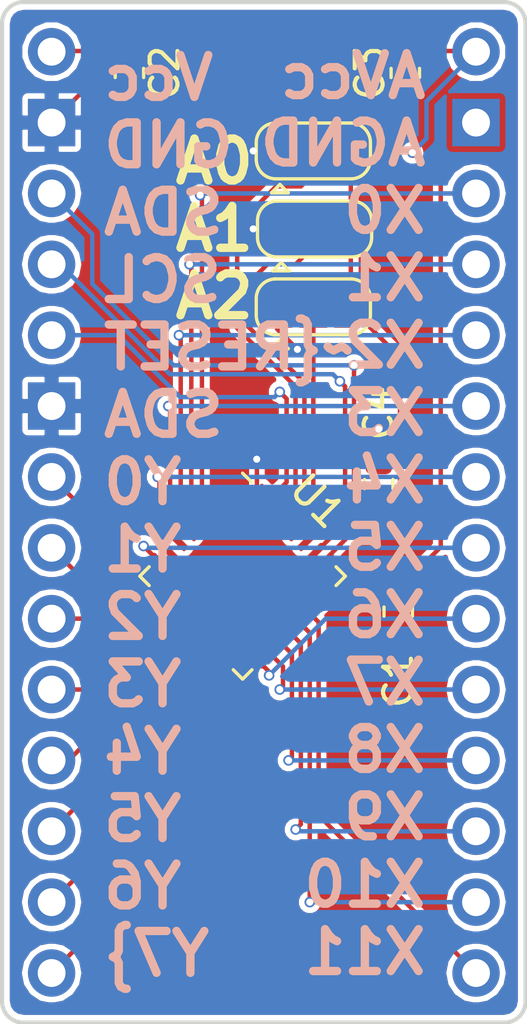
<source format=kicad_pcb>
(kicad_pcb (version 20171130) (host pcbnew 5.0.0)

  (general
    (thickness 1.6)
    (drawings 12)
    (tracks 184)
    (zones 0)
    (modules 10)
    (nets 33)
  )

  (page A4)
  (layers
    (0 F.Cu signal hide)
    (31 B.Cu signal hide)
    (32 B.Adhes user)
    (33 F.Adhes user)
    (34 B.Paste user)
    (35 F.Paste user)
    (36 B.SilkS user)
    (37 F.SilkS user)
    (38 B.Mask user)
    (39 F.Mask user)
    (40 Dwgs.User user)
    (41 Cmts.User user)
    (42 Eco1.User user)
    (43 Eco2.User user)
    (44 Edge.Cuts user)
    (45 Margin user)
    (46 B.CrtYd user)
    (47 F.CrtYd user)
    (48 B.Fab user)
    (49 F.Fab user hide)
  )

  (setup
    (last_trace_width 0.16)
    (trace_clearance 0.16)
    (zone_clearance 0.2)
    (zone_45_only no)
    (trace_min 0.16)
    (segment_width 0.2)
    (edge_width 0.15)
    (via_size 0.38)
    (via_drill 0.254)
    (via_min_size 0.38)
    (via_min_drill 0.254)
    (uvia_size 0.3)
    (uvia_drill 0.1)
    (uvias_allowed no)
    (uvia_min_size 0.2)
    (uvia_min_drill 0.1)
    (pcb_text_width 0.3)
    (pcb_text_size 1.5 1.5)
    (mod_edge_width 0.15)
    (mod_text_size 1 1)
    (mod_text_width 0.15)
    (pad_size 1.524 1.524)
    (pad_drill 0.762)
    (pad_to_mask_clearance 0.0508)
    (aux_axis_origin 0 0)
    (visible_elements FFFFFF7F)
    (pcbplotparams
      (layerselection 0x010fc_ffffffff)
      (usegerberextensions false)
      (usegerberattributes false)
      (usegerberadvancedattributes false)
      (creategerberjobfile false)
      (excludeedgelayer true)
      (linewidth 0.100000)
      (plotframeref false)
      (viasonmask false)
      (mode 1)
      (useauxorigin false)
      (hpglpennumber 1)
      (hpglpenspeed 20)
      (hpglpendiameter 15.000000)
      (psnegative false)
      (psa4output false)
      (plotreference true)
      (plotvalue true)
      (plotinvisibletext false)
      (padsonsilk false)
      (subtractmaskfromsilk false)
      (outputformat 1)
      (mirror false)
      (drillshape 0)
      (scaleselection 1)
      (outputdirectory "ADG2128-Breakout"))
  )

  (net 0 "")
  (net 1 /Vcc)
  (net 2 /GND)
  (net 3 /ANAGND)
  (net 4 /ANAVcc)
  (net 5 /SDA)
  (net 6 /SCL)
  (net 7 /~RESET)
  (net 8 "Net-(U1-Pad2)")
  (net 9 "Net-(U1-Pad23)")
  (net 10 /Y0)
  (net 11 /Y1)
  (net 12 /Y2)
  (net 13 /Y3)
  (net 14 /Y4)
  (net 15 /Y5)
  (net 16 /Y6)
  (net 17 /Y7)
  (net 18 /X11)
  (net 19 /X10)
  (net 20 /X9)
  (net 21 /X8)
  (net 22 /X7)
  (net 23 /X6)
  (net 24 /X5)
  (net 25 /X4)
  (net 26 /X3)
  (net 27 /X2)
  (net 28 /X1)
  (net 29 /X0)
  (net 30 /A0)
  (net 31 /A1)
  (net 32 /A2)

  (net_class Default "This is the default net class."
    (clearance 0.16)
    (trace_width 0.16)
    (via_dia 0.38)
    (via_drill 0.254)
    (uvia_dia 0.3)
    (uvia_drill 0.1)
    (add_net /A0)
    (add_net /A1)
    (add_net /A2)
    (add_net /ANAGND)
    (add_net /ANAVcc)
    (add_net /GND)
    (add_net /SCL)
    (add_net /SDA)
    (add_net /Vcc)
    (add_net /X0)
    (add_net /X1)
    (add_net /X10)
    (add_net /X11)
    (add_net /X2)
    (add_net /X3)
    (add_net /X4)
    (add_net /X5)
    (add_net /X6)
    (add_net /X7)
    (add_net /X8)
    (add_net /X9)
    (add_net /Y0)
    (add_net /Y1)
    (add_net /Y2)
    (add_net /Y3)
    (add_net /Y4)
    (add_net /Y5)
    (add_net /Y6)
    (add_net /Y7)
    (add_net /~RESET)
    (add_net "Net-(U1-Pad2)")
    (add_net "Net-(U1-Pad23)")
  )

  (module Connector_PinHeader_2.54mm:PinHeader_1x14_P2.54mm_Vertical (layer F.Cu) (tedit 5D22A7C6) (tstamp 5D22AA17)
    (at 38.1 17.78)
    (descr "Through hole straight pin header, 1x14, 2.54mm pitch, single row")
    (tags "Through hole pin header THT 1x14 2.54mm single row")
    (path /5F7D7655)
    (fp_text reference J2 (at 0 -2.33) (layer F.SilkS) hide
      (effects (font (size 1 1) (thickness 0.15)))
    )
    (fp_text value Conn_01x14_Male (at 0 35.35) (layer F.Fab)
      (effects (font (size 1 1) (thickness 0.15)))
    )
    (fp_text user %R (at 0 16.51 90) (layer F.Fab)
      (effects (font (size 1 1) (thickness 0.15)))
    )
    (fp_line (start 1.8 -1.8) (end -1.8 -1.8) (layer F.CrtYd) (width 0.05))
    (fp_line (start 1.8 34.8) (end 1.8 -1.8) (layer F.CrtYd) (width 0.05))
    (fp_line (start -1.8 34.8) (end 1.8 34.8) (layer F.CrtYd) (width 0.05))
    (fp_line (start -1.8 -1.8) (end -1.8 34.8) (layer F.CrtYd) (width 0.05))
    (fp_line (start -1.27 -0.635) (end -0.635 -1.27) (layer F.Fab) (width 0.1))
    (fp_line (start -1.27 34.29) (end -1.27 -0.635) (layer F.Fab) (width 0.1))
    (fp_line (start 1.27 34.29) (end -1.27 34.29) (layer F.Fab) (width 0.1))
    (fp_line (start 1.27 -1.27) (end 1.27 34.29) (layer F.Fab) (width 0.1))
    (fp_line (start -0.635 -1.27) (end 1.27 -1.27) (layer F.Fab) (width 0.1))
    (pad 14 thru_hole oval (at 0 33.02) (size 1.7 1.7) (drill 1) (layers *.Cu *.Mask)
      (net 18 /X11))
    (pad 13 thru_hole oval (at 0 30.48) (size 1.7 1.7) (drill 1) (layers *.Cu *.Mask)
      (net 19 /X10))
    (pad 12 thru_hole oval (at 0 27.94) (size 1.7 1.7) (drill 1) (layers *.Cu *.Mask)
      (net 20 /X9))
    (pad 11 thru_hole oval (at 0 25.4) (size 1.7 1.7) (drill 1) (layers *.Cu *.Mask)
      (net 21 /X8))
    (pad 10 thru_hole oval (at 0 22.86) (size 1.7 1.7) (drill 1) (layers *.Cu *.Mask)
      (net 22 /X7))
    (pad 9 thru_hole oval (at 0 20.32) (size 1.7 1.7) (drill 1) (layers *.Cu *.Mask)
      (net 23 /X6))
    (pad 8 thru_hole oval (at 0 17.78) (size 1.7 1.7) (drill 1) (layers *.Cu *.Mask)
      (net 24 /X5))
    (pad 7 thru_hole oval (at 0 15.24) (size 1.7 1.7) (drill 1) (layers *.Cu *.Mask)
      (net 25 /X4))
    (pad 6 thru_hole oval (at 0 12.7) (size 1.7 1.7) (drill 1) (layers *.Cu *.Mask)
      (net 26 /X3))
    (pad 5 thru_hole oval (at 0 10.16) (size 1.7 1.7) (drill 1) (layers *.Cu *.Mask)
      (net 27 /X2))
    (pad 4 thru_hole oval (at 0 7.62) (size 1.7 1.7) (drill 1) (layers *.Cu *.Mask)
      (net 28 /X1))
    (pad 3 thru_hole oval (at 0 5.08) (size 1.7 1.7) (drill 1) (layers *.Cu *.Mask)
      (net 29 /X0))
    (pad 2 thru_hole rect (at 0 2.54) (size 1.7 1.7) (drill 1) (layers *.Cu *.Mask)
      (net 3 /ANAGND))
    (pad 1 thru_hole circle (at 0 0) (size 1.7 1.7) (drill 1) (layers *.Cu *.Mask)
      (net 4 /ANAVcc))
    (model ${KISYS3DMOD}/Connector_PinHeader_2.54mm.3dshapes/PinHeader_1x14_P2.54mm_Vertical.wrl
      (at (xyz 0 0 0))
      (scale (xyz 1 1 1))
      (rotate (xyz 0 0 0))
    )
  )

  (module Connector_PinHeader_2.54mm:PinHeader_1x14_P2.54mm_Vertical (layer F.Cu) (tedit 5D22A7C2) (tstamp 5D22A9F5)
    (at 22.86 17.78)
    (descr "Through hole straight pin header, 1x14, 2.54mm pitch, single row")
    (tags "Through hole pin header THT 1x14 2.54mm single row")
    (path /5F7D73BF)
    (fp_text reference J1 (at 0 -2.33) (layer F.SilkS) hide
      (effects (font (size 1 1) (thickness 0.15)))
    )
    (fp_text value Conn_01x14_Male (at 0 35.35) (layer F.Fab)
      (effects (font (size 1 1) (thickness 0.15)))
    )
    (fp_line (start -0.635 -1.27) (end 1.27 -1.27) (layer F.Fab) (width 0.1))
    (fp_line (start 1.27 -1.27) (end 1.27 34.29) (layer F.Fab) (width 0.1))
    (fp_line (start 1.27 34.29) (end -1.27 34.29) (layer F.Fab) (width 0.1))
    (fp_line (start -1.27 34.29) (end -1.27 -0.635) (layer F.Fab) (width 0.1))
    (fp_line (start -1.27 -0.635) (end -0.635 -1.27) (layer F.Fab) (width 0.1))
    (fp_line (start -1.8 -1.8) (end -1.8 34.8) (layer F.CrtYd) (width 0.05))
    (fp_line (start -1.8 34.8) (end 1.8 34.8) (layer F.CrtYd) (width 0.05))
    (fp_line (start 1.8 34.8) (end 1.8 -1.8) (layer F.CrtYd) (width 0.05))
    (fp_line (start 1.8 -1.8) (end -1.8 -1.8) (layer F.CrtYd) (width 0.05))
    (fp_text user %R (at 0 16.51 90) (layer F.Fab)
      (effects (font (size 1 1) (thickness 0.15)))
    )
    (pad 1 thru_hole circle (at 0 0) (size 1.7 1.7) (drill 1) (layers *.Cu *.Mask)
      (net 1 /Vcc))
    (pad 2 thru_hole rect (at 0 2.54) (size 1.7 1.7) (drill 1) (layers *.Cu *.Mask)
      (net 2 /GND))
    (pad 3 thru_hole oval (at 0 5.08) (size 1.7 1.7) (drill 1) (layers *.Cu *.Mask)
      (net 5 /SDA))
    (pad 4 thru_hole oval (at 0 7.62) (size 1.7 1.7) (drill 1) (layers *.Cu *.Mask)
      (net 6 /SCL))
    (pad 5 thru_hole oval (at 0 10.16) (size 1.7 1.7) (drill 1) (layers *.Cu *.Mask)
      (net 7 /~RESET))
    (pad 6 thru_hole rect (at 0 12.7) (size 1.7 1.7) (drill 1) (layers *.Cu *.Mask)
      (net 2 /GND))
    (pad 7 thru_hole oval (at 0 15.24) (size 1.7 1.7) (drill 1) (layers *.Cu *.Mask)
      (net 10 /Y0))
    (pad 8 thru_hole oval (at 0 17.78) (size 1.7 1.7) (drill 1) (layers *.Cu *.Mask)
      (net 11 /Y1))
    (pad 9 thru_hole oval (at 0 20.32) (size 1.7 1.7) (drill 1) (layers *.Cu *.Mask)
      (net 12 /Y2))
    (pad 10 thru_hole oval (at 0 22.86) (size 1.7 1.7) (drill 1) (layers *.Cu *.Mask)
      (net 13 /Y3))
    (pad 11 thru_hole oval (at 0 25.4) (size 1.7 1.7) (drill 1) (layers *.Cu *.Mask)
      (net 14 /Y4))
    (pad 12 thru_hole oval (at 0 27.94) (size 1.7 1.7) (drill 1) (layers *.Cu *.Mask)
      (net 15 /Y5))
    (pad 13 thru_hole oval (at 0 30.48) (size 1.7 1.7) (drill 1) (layers *.Cu *.Mask)
      (net 16 /Y6))
    (pad 14 thru_hole oval (at 0 33.02) (size 1.7 1.7) (drill 1) (layers *.Cu *.Mask)
      (net 17 /Y7))
    (model ${KISYS3DMOD}/Connector_PinHeader_2.54mm.3dshapes/PinHeader_1x14_P2.54mm_Vertical.wrl
      (at (xyz 0 0 0))
      (scale (xyz 1 1 1))
      (rotate (xyz 0 0 0))
    )
  )

  (module Capacitor_SMD:C_0603_1608Metric (layer F.Cu) (tedit 5D22ADC0) (tstamp 5D22A9A0)
    (at 35.306 37.846 270)
    (descr "Capacitor SMD 0603 (1608 Metric), square (rectangular) end terminal, IPC_7351 nominal, (Body size source: http://www.tortai-tech.com/upload/download/2011102023233369053.pdf), generated with kicad-footprint-generator")
    (tags capacitor)
    (path /5D1C4FBF)
    (attr smd)
    (fp_text reference C1 (at 2.4765 0 270) (layer F.SilkS)
      (effects (font (size 1 1) (thickness 0.15)))
    )
    (fp_text value 1uF (at 0 1.43 270) (layer F.Fab)
      (effects (font (size 1 1) (thickness 0.15)))
    )
    (fp_line (start -0.8 0.4) (end -0.8 -0.4) (layer F.Fab) (width 0.1))
    (fp_line (start -0.8 -0.4) (end 0.8 -0.4) (layer F.Fab) (width 0.1))
    (fp_line (start 0.8 -0.4) (end 0.8 0.4) (layer F.Fab) (width 0.1))
    (fp_line (start 0.8 0.4) (end -0.8 0.4) (layer F.Fab) (width 0.1))
    (fp_line (start -0.162779 -0.51) (end 0.162779 -0.51) (layer F.SilkS) (width 0.12))
    (fp_line (start -0.162779 0.51) (end 0.162779 0.51) (layer F.SilkS) (width 0.12))
    (fp_line (start -1.48 0.73) (end -1.48 -0.73) (layer F.CrtYd) (width 0.05))
    (fp_line (start -1.48 -0.73) (end 1.48 -0.73) (layer F.CrtYd) (width 0.05))
    (fp_line (start 1.48 -0.73) (end 1.48 0.73) (layer F.CrtYd) (width 0.05))
    (fp_line (start 1.48 0.73) (end -1.48 0.73) (layer F.CrtYd) (width 0.05))
    (fp_text user %R (at 0 0 270) (layer F.Fab)
      (effects (font (size 0.4 0.4) (thickness 0.06)))
    )
    (pad 1 smd roundrect (at -0.7875 0 270) (size 0.875 0.95) (layers F.Cu F.Paste F.Mask) (roundrect_rratio 0.25)
      (net 4 /ANAVcc))
    (pad 2 smd roundrect (at 0.7875 0 270) (size 0.875 0.95) (layers F.Cu F.Paste F.Mask) (roundrect_rratio 0.25)
      (net 3 /ANAGND))
    (model ${KISYS3DMOD}/Capacitor_SMD.3dshapes/C_0603_1608Metric.wrl
      (at (xyz 0 0 0))
      (scale (xyz 1 1 1))
      (rotate (xyz 0 0 0))
    )
  )

  (module Capacitor_SMD:C_0603_1608Metric (layer F.Cu) (tedit 5D22A4A2) (tstamp 5D22A9B1)
    (at 25.654 18.542 270)
    (descr "Capacitor SMD 0603 (1608 Metric), square (rectangular) end terminal, IPC_7351 nominal, (Body size source: http://www.tortai-tech.com/upload/download/2011102023233369053.pdf), generated with kicad-footprint-generator")
    (tags capacitor)
    (path /5D1C59B2)
    (attr smd)
    (fp_text reference C2 (at 0 -1.27 270) (layer F.SilkS)
      (effects (font (size 1 1) (thickness 0.15)))
    )
    (fp_text value 1uF (at 0 1.43 270) (layer F.Fab)
      (effects (font (size 1 1) (thickness 0.15)))
    )
    (fp_line (start -0.8 0.4) (end -0.8 -0.4) (layer F.Fab) (width 0.1))
    (fp_line (start -0.8 -0.4) (end 0.8 -0.4) (layer F.Fab) (width 0.1))
    (fp_line (start 0.8 -0.4) (end 0.8 0.4) (layer F.Fab) (width 0.1))
    (fp_line (start 0.8 0.4) (end -0.8 0.4) (layer F.Fab) (width 0.1))
    (fp_line (start -0.162779 -0.51) (end 0.162779 -0.51) (layer F.SilkS) (width 0.12))
    (fp_line (start -0.162779 0.51) (end 0.162779 0.51) (layer F.SilkS) (width 0.12))
    (fp_line (start -1.48 0.73) (end -1.48 -0.73) (layer F.CrtYd) (width 0.05))
    (fp_line (start -1.48 -0.73) (end 1.48 -0.73) (layer F.CrtYd) (width 0.05))
    (fp_line (start 1.48 -0.73) (end 1.48 0.73) (layer F.CrtYd) (width 0.05))
    (fp_line (start 1.48 0.73) (end -1.48 0.73) (layer F.CrtYd) (width 0.05))
    (fp_text user %R (at 0 0 270) (layer F.Fab)
      (effects (font (size 0.4 0.4) (thickness 0.06)))
    )
    (pad 1 smd roundrect (at -0.7875 0 270) (size 0.875 0.95) (layers F.Cu F.Paste F.Mask) (roundrect_rratio 0.25)
      (net 1 /Vcc))
    (pad 2 smd roundrect (at 0.7875 0 270) (size 0.875 0.95) (layers F.Cu F.Paste F.Mask) (roundrect_rratio 0.25)
      (net 2 /GND))
    (model ${KISYS3DMOD}/Capacitor_SMD.3dshapes/C_0603_1608Metric.wrl
      (at (xyz 0 0 0))
      (scale (xyz 1 1 1))
      (rotate (xyz 0 0 0))
    )
  )

  (module Capacitor_SMD:C_0603_1608Metric (layer F.Cu) (tedit 5D22A49D) (tstamp 5D22A9C2)
    (at 35.56 18.542 270)
    (descr "Capacitor SMD 0603 (1608 Metric), square (rectangular) end terminal, IPC_7351 nominal, (Body size source: http://www.tortai-tech.com/upload/download/2011102023233369053.pdf), generated with kicad-footprint-generator")
    (tags capacitor)
    (path /5D1C5011)
    (attr smd)
    (fp_text reference C3 (at 0 1.27 270) (layer F.SilkS)
      (effects (font (size 1 1) (thickness 0.15)))
    )
    (fp_text value 1uF (at 0 1.43 270) (layer F.Fab)
      (effects (font (size 1 1) (thickness 0.15)))
    )
    (fp_text user %R (at 0 0 270) (layer F.Fab)
      (effects (font (size 0.4 0.4) (thickness 0.06)))
    )
    (fp_line (start 1.48 0.73) (end -1.48 0.73) (layer F.CrtYd) (width 0.05))
    (fp_line (start 1.48 -0.73) (end 1.48 0.73) (layer F.CrtYd) (width 0.05))
    (fp_line (start -1.48 -0.73) (end 1.48 -0.73) (layer F.CrtYd) (width 0.05))
    (fp_line (start -1.48 0.73) (end -1.48 -0.73) (layer F.CrtYd) (width 0.05))
    (fp_line (start -0.162779 0.51) (end 0.162779 0.51) (layer F.SilkS) (width 0.12))
    (fp_line (start -0.162779 -0.51) (end 0.162779 -0.51) (layer F.SilkS) (width 0.12))
    (fp_line (start 0.8 0.4) (end -0.8 0.4) (layer F.Fab) (width 0.1))
    (fp_line (start 0.8 -0.4) (end 0.8 0.4) (layer F.Fab) (width 0.1))
    (fp_line (start -0.8 -0.4) (end 0.8 -0.4) (layer F.Fab) (width 0.1))
    (fp_line (start -0.8 0.4) (end -0.8 -0.4) (layer F.Fab) (width 0.1))
    (pad 2 smd roundrect (at 0.7875 0 270) (size 0.875 0.95) (layers F.Cu F.Paste F.Mask) (roundrect_rratio 0.25)
      (net 3 /ANAGND))
    (pad 1 smd roundrect (at -0.7875 0 270) (size 0.875 0.95) (layers F.Cu F.Paste F.Mask) (roundrect_rratio 0.25)
      (net 4 /ANAVcc))
    (model ${KISYS3DMOD}/Capacitor_SMD.3dshapes/C_0603_1608Metric.wrl
      (at (xyz 0 0 0))
      (scale (xyz 1 1 1))
      (rotate (xyz 0 0 0))
    )
  )

  (module Capacitor_SMD:C_0603_1608Metric (layer F.Cu) (tedit 5D22A4B8) (tstamp 5D22A9D3)
    (at 34.6075 33.274 90)
    (descr "Capacitor SMD 0603 (1608 Metric), square (rectangular) end terminal, IPC_7351 nominal, (Body size source: http://www.tortai-tech.com/upload/download/2011102023233369053.pdf), generated with kicad-footprint-generator")
    (tags capacitor)
    (path /5D1C59B9)
    (attr smd)
    (fp_text reference C4 (at 2.54 0 90) (layer F.SilkS)
      (effects (font (size 1 1) (thickness 0.15)))
    )
    (fp_text value 1uF (at 0 1.43 90) (layer F.Fab)
      (effects (font (size 1 1) (thickness 0.15)))
    )
    (fp_text user %R (at 0 0 90) (layer F.Fab)
      (effects (font (size 0.4 0.4) (thickness 0.06)))
    )
    (fp_line (start 1.48 0.73) (end -1.48 0.73) (layer F.CrtYd) (width 0.05))
    (fp_line (start 1.48 -0.73) (end 1.48 0.73) (layer F.CrtYd) (width 0.05))
    (fp_line (start -1.48 -0.73) (end 1.48 -0.73) (layer F.CrtYd) (width 0.05))
    (fp_line (start -1.48 0.73) (end -1.48 -0.73) (layer F.CrtYd) (width 0.05))
    (fp_line (start -0.162779 0.51) (end 0.162779 0.51) (layer F.SilkS) (width 0.12))
    (fp_line (start -0.162779 -0.51) (end 0.162779 -0.51) (layer F.SilkS) (width 0.12))
    (fp_line (start 0.8 0.4) (end -0.8 0.4) (layer F.Fab) (width 0.1))
    (fp_line (start 0.8 -0.4) (end 0.8 0.4) (layer F.Fab) (width 0.1))
    (fp_line (start -0.8 -0.4) (end 0.8 -0.4) (layer F.Fab) (width 0.1))
    (fp_line (start -0.8 0.4) (end -0.8 -0.4) (layer F.Fab) (width 0.1))
    (pad 2 smd roundrect (at 0.7875 0 90) (size 0.875 0.95) (layers F.Cu F.Paste F.Mask) (roundrect_rratio 0.25)
      (net 2 /GND))
    (pad 1 smd roundrect (at -0.7875 0 90) (size 0.875 0.95) (layers F.Cu F.Paste F.Mask) (roundrect_rratio 0.25)
      (net 1 /Vcc))
    (model ${KISYS3DMOD}/Capacitor_SMD.3dshapes/C_0603_1608Metric.wrl
      (at (xyz 0 0 0))
      (scale (xyz 1 1 1))
      (rotate (xyz 0 0 0))
    )
  )

  (module Jumper:SolderJumper-3_P1.3mm_Bridged12_RoundedPad1.0x1.5mm (layer F.Cu) (tedit 5D22A452) (tstamp 5D22AA2D)
    (at 32.258 26.924)
    (descr "SMD Solder 3-pad Jumper, 1x1.5mm rounded Pads, 0.3mm gap, pads 1-2 bridged with 1 copper strip")
    (tags "solder jumper open")
    (path /5D304E20)
    (attr virtual)
    (fp_text reference J3 (at 0 -1.8) (layer F.SilkS) hide
      (effects (font (size 1 1) (thickness 0.15)))
    )
    (fp_text value Conn_01x03_Male (at 0 1.9) (layer F.Fab)
      (effects (font (size 1 1) (thickness 0.15)))
    )
    (fp_line (start -1.2 1.2) (end -0.9 1.5) (layer F.SilkS) (width 0.12))
    (fp_line (start -1.5 1.5) (end -0.9 1.5) (layer F.SilkS) (width 0.12))
    (fp_line (start -1.2 1.2) (end -1.5 1.5) (layer F.SilkS) (width 0.12))
    (fp_line (start -2.05 0.3) (end -2.05 -0.3) (layer F.SilkS) (width 0.12))
    (fp_line (start 1.4 1) (end -1.4 1) (layer F.SilkS) (width 0.12))
    (fp_line (start 2.05 -0.3) (end 2.05 0.3) (layer F.SilkS) (width 0.12))
    (fp_line (start -1.4 -1) (end 1.4 -1) (layer F.SilkS) (width 0.12))
    (fp_line (start -2.3 -1.25) (end 2.3 -1.25) (layer F.CrtYd) (width 0.05))
    (fp_line (start -2.3 -1.25) (end -2.3 1.25) (layer F.CrtYd) (width 0.05))
    (fp_line (start 2.3 1.25) (end 2.3 -1.25) (layer F.CrtYd) (width 0.05))
    (fp_line (start 2.3 1.25) (end -2.3 1.25) (layer F.CrtYd) (width 0.05))
    (fp_arc (start 1.35 -0.3) (end 2.05 -0.3) (angle -90) (layer F.SilkS) (width 0.12))
    (fp_arc (start 1.35 0.3) (end 1.35 1) (angle -90) (layer F.SilkS) (width 0.12))
    (fp_arc (start -1.35 0.3) (end -2.05 0.3) (angle -90) (layer F.SilkS) (width 0.12))
    (fp_arc (start -1.35 -0.3) (end -1.35 -1) (angle -90) (layer F.SilkS) (width 0.12))
    (pad 1 smd custom (at -1.3 0) (size 1 0.5) (layers F.Cu F.Mask)
      (net 2 /GND) (zone_connect 0)
      (options (clearance outline) (anchor rect))
      (primitives
        (gr_circle (center 0 0.25) (end 0.5 0.25) (width 0))
        (gr_circle (center 0 -0.25) (end 0.5 -0.25) (width 0))
        (gr_poly (pts
           (xy 0.55 -0.75) (xy 0 -0.75) (xy 0 0.75) (xy 0.55 0.75)) (width 0))
        (gr_poly (pts
           (xy 0.4 -0.3) (xy 0.9 -0.3) (xy 0.9 0.3) (xy 0.4 0.3)) (width 0))
      ))
    (pad 3 smd custom (at 1.3 0) (size 1 0.5) (layers F.Cu F.Mask)
      (net 1 /Vcc) (zone_connect 0)
      (options (clearance outline) (anchor rect))
      (primitives
        (gr_circle (center 0 0.25) (end 0.5 0.25) (width 0))
        (gr_circle (center 0 -0.25) (end 0.5 -0.25) (width 0))
        (gr_poly (pts
           (xy -0.55 -0.75) (xy 0 -0.75) (xy 0 0.75) (xy -0.55 0.75)) (width 0))
      ))
    (pad 2 smd rect (at 0 0) (size 1 1.5) (layers F.Cu F.Mask)
      (net 30 /A0))
  )

  (module Jumper:SolderJumper-3_P1.3mm_Bridged12_RoundedPad1.0x1.5mm (layer F.Cu) (tedit 5D22A456) (tstamp 5D22AA43)
    (at 32.303001 24.135001)
    (descr "SMD Solder 3-pad Jumper, 1x1.5mm rounded Pads, 0.3mm gap, pads 1-2 bridged with 1 copper strip")
    (tags "solder jumper open")
    (path /5D304CB1)
    (attr virtual)
    (fp_text reference J4 (at -0.045001 -1.783001) (layer F.SilkS) hide
      (effects (font (size 1 1) (thickness 0.15)))
    )
    (fp_text value Conn_01x03_Male (at 0 1.9) (layer F.Fab)
      (effects (font (size 1 1) (thickness 0.15)))
    )
    (fp_line (start -1.2 1.2) (end -0.9 1.5) (layer F.SilkS) (width 0.12))
    (fp_line (start -1.5 1.5) (end -0.9 1.5) (layer F.SilkS) (width 0.12))
    (fp_line (start -1.2 1.2) (end -1.5 1.5) (layer F.SilkS) (width 0.12))
    (fp_line (start -2.05 0.3) (end -2.05 -0.3) (layer F.SilkS) (width 0.12))
    (fp_line (start 1.4 1) (end -1.4 1) (layer F.SilkS) (width 0.12))
    (fp_line (start 2.05 -0.3) (end 2.05 0.3) (layer F.SilkS) (width 0.12))
    (fp_line (start -1.4 -1) (end 1.4 -1) (layer F.SilkS) (width 0.12))
    (fp_line (start -2.3 -1.25) (end 2.3 -1.25) (layer F.CrtYd) (width 0.05))
    (fp_line (start -2.3 -1.25) (end -2.3 1.25) (layer F.CrtYd) (width 0.05))
    (fp_line (start 2.3 1.25) (end 2.3 -1.25) (layer F.CrtYd) (width 0.05))
    (fp_line (start 2.3 1.25) (end -2.3 1.25) (layer F.CrtYd) (width 0.05))
    (fp_arc (start 1.35 -0.3) (end 2.05 -0.3) (angle -90) (layer F.SilkS) (width 0.12))
    (fp_arc (start 1.35 0.3) (end 1.35 1) (angle -90) (layer F.SilkS) (width 0.12))
    (fp_arc (start -1.35 0.3) (end -2.05 0.3) (angle -90) (layer F.SilkS) (width 0.12))
    (fp_arc (start -1.35 -0.3) (end -1.35 -1) (angle -90) (layer F.SilkS) (width 0.12))
    (pad 1 smd custom (at -1.3 0) (size 1 0.5) (layers F.Cu F.Mask)
      (net 2 /GND) (zone_connect 0)
      (options (clearance outline) (anchor rect))
      (primitives
        (gr_circle (center 0 0.25) (end 0.5 0.25) (width 0))
        (gr_circle (center 0 -0.25) (end 0.5 -0.25) (width 0))
        (gr_poly (pts
           (xy 0.55 -0.75) (xy 0 -0.75) (xy 0 0.75) (xy 0.55 0.75)) (width 0))
        (gr_poly (pts
           (xy 0.4 -0.3) (xy 0.9 -0.3) (xy 0.9 0.3) (xy 0.4 0.3)) (width 0))
      ))
    (pad 3 smd custom (at 1.3 0) (size 1 0.5) (layers F.Cu F.Mask)
      (net 1 /Vcc) (zone_connect 0)
      (options (clearance outline) (anchor rect))
      (primitives
        (gr_circle (center 0 0.25) (end 0.5 0.25) (width 0))
        (gr_circle (center 0 -0.25) (end 0.5 -0.25) (width 0))
        (gr_poly (pts
           (xy -0.55 -0.75) (xy 0 -0.75) (xy 0 0.75) (xy -0.55 0.75)) (width 0))
      ))
    (pad 2 smd rect (at 0 0) (size 1 1.5) (layers F.Cu F.Mask)
      (net 31 /A1))
  )

  (module Jumper:SolderJumper-3_P1.3mm_Bridged12_RoundedPad1.0x1.5mm (layer F.Cu) (tedit 5D22A459) (tstamp 5D22AA59)
    (at 32.258 21.336)
    (descr "SMD Solder 3-pad Jumper, 1x1.5mm rounded Pads, 0.3mm gap, pads 1-2 bridged with 1 copper strip")
    (tags "solder jumper open")
    (path /5D304DDC)
    (attr virtual)
    (fp_text reference J5 (at 0 -1.8) (layer F.SilkS) hide
      (effects (font (size 1 1) (thickness 0.15)))
    )
    (fp_text value Conn_01x03_Male (at 0 1.9) (layer F.Fab)
      (effects (font (size 1 1) (thickness 0.15)))
    )
    (fp_arc (start -1.35 -0.3) (end -1.35 -1) (angle -90) (layer F.SilkS) (width 0.12))
    (fp_arc (start -1.35 0.3) (end -2.05 0.3) (angle -90) (layer F.SilkS) (width 0.12))
    (fp_arc (start 1.35 0.3) (end 1.35 1) (angle -90) (layer F.SilkS) (width 0.12))
    (fp_arc (start 1.35 -0.3) (end 2.05 -0.3) (angle -90) (layer F.SilkS) (width 0.12))
    (fp_line (start 2.3 1.25) (end -2.3 1.25) (layer F.CrtYd) (width 0.05))
    (fp_line (start 2.3 1.25) (end 2.3 -1.25) (layer F.CrtYd) (width 0.05))
    (fp_line (start -2.3 -1.25) (end -2.3 1.25) (layer F.CrtYd) (width 0.05))
    (fp_line (start -2.3 -1.25) (end 2.3 -1.25) (layer F.CrtYd) (width 0.05))
    (fp_line (start -1.4 -1) (end 1.4 -1) (layer F.SilkS) (width 0.12))
    (fp_line (start 2.05 -0.3) (end 2.05 0.3) (layer F.SilkS) (width 0.12))
    (fp_line (start 1.4 1) (end -1.4 1) (layer F.SilkS) (width 0.12))
    (fp_line (start -2.05 0.3) (end -2.05 -0.3) (layer F.SilkS) (width 0.12))
    (fp_line (start -1.2 1.2) (end -1.5 1.5) (layer F.SilkS) (width 0.12))
    (fp_line (start -1.5 1.5) (end -0.9 1.5) (layer F.SilkS) (width 0.12))
    (fp_line (start -1.2 1.2) (end -0.9 1.5) (layer F.SilkS) (width 0.12))
    (pad 2 smd rect (at 0 0) (size 1 1.5) (layers F.Cu F.Mask)
      (net 32 /A2))
    (pad 3 smd custom (at 1.3 0) (size 1 0.5) (layers F.Cu F.Mask)
      (net 1 /Vcc) (zone_connect 0)
      (options (clearance outline) (anchor rect))
      (primitives
        (gr_circle (center 0 0.25) (end 0.5 0.25) (width 0))
        (gr_circle (center 0 -0.25) (end 0.5 -0.25) (width 0))
        (gr_poly (pts
           (xy -0.55 -0.75) (xy 0 -0.75) (xy 0 0.75) (xy -0.55 0.75)) (width 0))
      ))
    (pad 1 smd custom (at -1.3 0) (size 1 0.5) (layers F.Cu F.Mask)
      (net 2 /GND) (zone_connect 0)
      (options (clearance outline) (anchor rect))
      (primitives
        (gr_circle (center 0 0.25) (end 0.5 0.25) (width 0))
        (gr_circle (center 0 -0.25) (end 0.5 -0.25) (width 0))
        (gr_poly (pts
           (xy 0.55 -0.75) (xy 0 -0.75) (xy 0 0.75) (xy 0.55 0.75)) (width 0))
        (gr_poly (pts
           (xy 0.4 -0.3) (xy 0.9 -0.3) (xy 0.9 0.3) (xy 0.4 0.3)) (width 0))
      ))
  )

  (module Package_DFN_QFN:QFN-32-1EP_5x5mm_P0.5mm_EP3.65x3.65mm (layer F.Cu) (tedit 5B64C69F) (tstamp 5D22AA98)
    (at 29.718 36.576 315)
    (descr "QFN, 32 Pin (https://www.exar.com/ds/mxl7704.pdf (Page 35)), generated with kicad-footprint-generator ipc_dfn_qfn_generator.py")
    (tags "QFN DFN_QFN")
    (path /5D183CD4)
    (attr smd)
    (fp_text reference U1 (at 0 -3.8 315) (layer F.SilkS)
      (effects (font (size 1 1) (thickness 0.15)))
    )
    (fp_text value ADG2128 (at 0 3.8 315) (layer F.Fab)
      (effects (font (size 1 1) (thickness 0.15)))
    )
    (fp_line (start 2.135 -2.61) (end 2.61 -2.61) (layer F.SilkS) (width 0.12))
    (fp_line (start 2.61 -2.61) (end 2.61 -2.135) (layer F.SilkS) (width 0.12))
    (fp_line (start -2.135 2.61) (end -2.61 2.61) (layer F.SilkS) (width 0.12))
    (fp_line (start -2.61 2.61) (end -2.61 2.135) (layer F.SilkS) (width 0.12))
    (fp_line (start 2.135 2.61) (end 2.61 2.61) (layer F.SilkS) (width 0.12))
    (fp_line (start 2.61 2.61) (end 2.61 2.135) (layer F.SilkS) (width 0.12))
    (fp_line (start -2.135 -2.61) (end -2.61 -2.61) (layer F.SilkS) (width 0.12))
    (fp_line (start -1.5 -2.5) (end 2.5 -2.5) (layer F.Fab) (width 0.1))
    (fp_line (start 2.5 -2.5) (end 2.5 2.5) (layer F.Fab) (width 0.1))
    (fp_line (start 2.5 2.5) (end -2.5 2.5) (layer F.Fab) (width 0.1))
    (fp_line (start -2.5 2.5) (end -2.5 -1.5) (layer F.Fab) (width 0.1))
    (fp_line (start -2.5 -1.5) (end -1.5 -2.5) (layer F.Fab) (width 0.1))
    (fp_line (start -3.1 -3.1) (end -3.1 3.1) (layer F.CrtYd) (width 0.05))
    (fp_line (start -3.1 3.1) (end 3.1 3.1) (layer F.CrtYd) (width 0.05))
    (fp_line (start 3.1 3.1) (end 3.1 -3.1) (layer F.CrtYd) (width 0.05))
    (fp_line (start 3.1 -3.1) (end -3.1 -3.1) (layer F.CrtYd) (width 0.05))
    (fp_text user %R (at 0 0 315) (layer F.Fab)
      (effects (font (size 1 1) (thickness 0.15)))
    )
    (pad 33 smd roundrect (at 0 0 315) (size 3.65 3.65) (layers F.Cu F.Mask) (roundrect_rratio 0.068493)
      (net 3 /ANAGND))
    (pad "" smd roundrect (at -1.22 -1.22 315) (size 0.98 0.98) (layers F.Paste) (roundrect_rratio 0.25))
    (pad "" smd roundrect (at -1.22 0 315) (size 0.98 0.98) (layers F.Paste) (roundrect_rratio 0.25))
    (pad "" smd roundrect (at -1.22 1.22 315) (size 0.98 0.98) (layers F.Paste) (roundrect_rratio 0.25))
    (pad "" smd roundrect (at 0 -1.22 315) (size 0.98 0.98) (layers F.Paste) (roundrect_rratio 0.25))
    (pad "" smd roundrect (at 0 0 315) (size 0.98 0.98) (layers F.Paste) (roundrect_rratio 0.25))
    (pad "" smd roundrect (at 0 1.22 315) (size 0.98 0.98) (layers F.Paste) (roundrect_rratio 0.25))
    (pad "" smd roundrect (at 1.22 -1.22 315) (size 0.98 0.98) (layers F.Paste) (roundrect_rratio 0.25))
    (pad "" smd roundrect (at 1.22 0 315) (size 0.98 0.98) (layers F.Paste) (roundrect_rratio 0.25))
    (pad "" smd roundrect (at 1.22 1.22 315) (size 0.98 0.98) (layers F.Paste) (roundrect_rratio 0.25))
    (pad 1 smd roundrect (at -2.475 -1.75 315) (size 0.75 0.25) (layers F.Cu F.Paste F.Mask) (roundrect_rratio 0.25)
      (net 3 /ANAGND))
    (pad 2 smd roundrect (at -2.475 -1.25 315) (size 0.75 0.25) (layers F.Cu F.Paste F.Mask) (roundrect_rratio 0.25)
      (net 8 "Net-(U1-Pad2)"))
    (pad 3 smd roundrect (at -2.475 -0.75 315) (size 0.75 0.25) (layers F.Cu F.Paste F.Mask) (roundrect_rratio 0.25)
      (net 29 /X0))
    (pad 4 smd roundrect (at -2.475 -0.25 315) (size 0.75 0.25) (layers F.Cu F.Paste F.Mask) (roundrect_rratio 0.25)
      (net 28 /X1))
    (pad 5 smd roundrect (at -2.475 0.25 315) (size 0.75 0.25) (layers F.Cu F.Paste F.Mask) (roundrect_rratio 0.25)
      (net 27 /X2))
    (pad 6 smd roundrect (at -2.475 0.75 315) (size 0.75 0.25) (layers F.Cu F.Paste F.Mask) (roundrect_rratio 0.25)
      (net 26 /X3))
    (pad 7 smd roundrect (at -2.475 1.25 315) (size 0.75 0.25) (layers F.Cu F.Paste F.Mask) (roundrect_rratio 0.25)
      (net 25 /X4))
    (pad 8 smd roundrect (at -2.475 1.75 315) (size 0.75 0.25) (layers F.Cu F.Paste F.Mask) (roundrect_rratio 0.25)
      (net 24 /X5))
    (pad 9 smd roundrect (at -1.75 2.475 315) (size 0.25 0.75) (layers F.Cu F.Paste F.Mask) (roundrect_rratio 0.25)
      (net 10 /Y0))
    (pad 10 smd roundrect (at -1.25 2.475 315) (size 0.25 0.75) (layers F.Cu F.Paste F.Mask) (roundrect_rratio 0.25)
      (net 11 /Y1))
    (pad 11 smd roundrect (at -0.75 2.475 315) (size 0.25 0.75) (layers F.Cu F.Paste F.Mask) (roundrect_rratio 0.25)
      (net 12 /Y2))
    (pad 12 smd roundrect (at -0.25 2.475 315) (size 0.25 0.75) (layers F.Cu F.Paste F.Mask) (roundrect_rratio 0.25)
      (net 13 /Y3))
    (pad 13 smd roundrect (at 0.25 2.475 315) (size 0.25 0.75) (layers F.Cu F.Paste F.Mask) (roundrect_rratio 0.25)
      (net 14 /Y4))
    (pad 14 smd roundrect (at 0.75 2.475 315) (size 0.25 0.75) (layers F.Cu F.Paste F.Mask) (roundrect_rratio 0.25)
      (net 15 /Y5))
    (pad 15 smd roundrect (at 1.25 2.475 315) (size 0.25 0.75) (layers F.Cu F.Paste F.Mask) (roundrect_rratio 0.25)
      (net 16 /Y6))
    (pad 16 smd roundrect (at 1.75 2.475 315) (size 0.25 0.75) (layers F.Cu F.Paste F.Mask) (roundrect_rratio 0.25)
      (net 17 /Y7))
    (pad 17 smd roundrect (at 2.475 1.75 315) (size 0.75 0.25) (layers F.Cu F.Paste F.Mask) (roundrect_rratio 0.25)
      (net 23 /X6))
    (pad 18 smd roundrect (at 2.475 1.25 315) (size 0.75 0.25) (layers F.Cu F.Paste F.Mask) (roundrect_rratio 0.25)
      (net 22 /X7))
    (pad 19 smd roundrect (at 2.475 0.75 315) (size 0.75 0.25) (layers F.Cu F.Paste F.Mask) (roundrect_rratio 0.25)
      (net 21 /X8))
    (pad 20 smd roundrect (at 2.475 0.25 315) (size 0.75 0.25) (layers F.Cu F.Paste F.Mask) (roundrect_rratio 0.25)
      (net 20 /X9))
    (pad 21 smd roundrect (at 2.475 -0.25 315) (size 0.75 0.25) (layers F.Cu F.Paste F.Mask) (roundrect_rratio 0.25)
      (net 19 /X10))
    (pad 22 smd roundrect (at 2.475 -0.75 315) (size 0.75 0.25) (layers F.Cu F.Paste F.Mask) (roundrect_rratio 0.25)
      (net 18 /X11))
    (pad 23 smd roundrect (at 2.475 -1.25 315) (size 0.75 0.25) (layers F.Cu F.Paste F.Mask) (roundrect_rratio 0.25)
      (net 9 "Net-(U1-Pad23)"))
    (pad 24 smd roundrect (at 2.475 -1.75 315) (size 0.75 0.25) (layers F.Cu F.Paste F.Mask) (roundrect_rratio 0.25)
      (net 4 /ANAVcc))
    (pad 25 smd roundrect (at 1.75 -2.475 315) (size 0.25 0.75) (layers F.Cu F.Paste F.Mask) (roundrect_rratio 0.25)
      (net 1 /Vcc))
    (pad 26 smd roundrect (at 1.25 -2.475 315) (size 0.25 0.75) (layers F.Cu F.Paste F.Mask) (roundrect_rratio 0.25)
      (net 5 /SDA))
    (pad 27 smd roundrect (at 0.75 -2.475 315) (size 0.25 0.75) (layers F.Cu F.Paste F.Mask) (roundrect_rratio 0.25)
      (net 6 /SCL))
    (pad 28 smd roundrect (at 0.25 -2.475 315) (size 0.25 0.75) (layers F.Cu F.Paste F.Mask) (roundrect_rratio 0.25)
      (net 30 /A0))
    (pad 29 smd roundrect (at -0.25 -2.475 315) (size 0.25 0.75) (layers F.Cu F.Paste F.Mask) (roundrect_rratio 0.25)
      (net 31 /A1))
    (pad 30 smd roundrect (at -0.75 -2.475 315) (size 0.25 0.75) (layers F.Cu F.Paste F.Mask) (roundrect_rratio 0.25)
      (net 32 /A2))
    (pad 31 smd roundrect (at -1.25 -2.475 315) (size 0.25 0.75) (layers F.Cu F.Paste F.Mask) (roundrect_rratio 0.25)
      (net 7 /~RESET))
    (pad 32 smd roundrect (at -1.75 -2.475 315) (size 0.25 0.75) (layers F.Cu F.Paste F.Mask) (roundrect_rratio 0.25)
      (net 2 /GND))
    (model ${KISYS3DMOD}/Package_DFN_QFN.3dshapes/QFN-32-1EP_5x5mm_P0.5mm_EP3.65x3.65mm.wrl
      (at (xyz 0 0 0))
      (scale (xyz 1 1 1))
      (rotate (xyz 0 0 0))
    )
  )

  (gr_text "AVcc\nAGND\nX0\nX1\nX2\nX3\nX4\nX5\nX6\nX7\nX8\nX9\nX10\nX11" (at 36.449 34.3535) (layer B.SilkS) (tstamp 5D2371A9)
    (effects (font (size 1.5 1.5) (thickness 0.3)) (justify left mirror))
  )
  (gr_text "Vcc\nGND\nSDA\nSCL\n~RESET\nSDA\nY0\nY1\nY2\nY3\nY4\nY5\nY6\nY7" (at 24.5745 34.417) (layer B.SilkS)
    (effects (font (size 1.5 1.5) (thickness 0.3)) (justify right mirror))
  )
  (gr_text ADG2128 (at 30.607 50.6095) (layer F.Mask)
    (effects (font (size 1.5 1.5) (thickness 0.3)))
  )
  (gr_line (start 21.082 51.816) (end 21.082 16.764) (angle 90) (layer Edge.Cuts) (width 0.15))
  (gr_line (start 39.116 52.578) (end 21.844 52.578) (angle 90) (layer Edge.Cuts) (width 0.15))
  (gr_line (start 39.878 16.764) (end 39.878 51.816) (angle 90) (layer Edge.Cuts) (width 0.15))
  (gr_line (start 21.844 16.002) (end 39.116 16.002) (angle 90) (layer Edge.Cuts) (width 0.15))
  (gr_text "A0\nA1\nA2" (at 28.702 24.13) (layer F.SilkS)
    (effects (font (size 1.5 1.5) (thickness 0.3)))
  )
  (gr_arc (start 21.844 16.764) (end 21.082 16.764) (angle 90) (layer Edge.Cuts) (width 0.15))
  (gr_arc (start 21.844 51.816) (end 21.844 52.578) (angle 90) (layer Edge.Cuts) (width 0.15))
  (gr_arc (start 39.116 16.764) (end 39.116 16.002) (angle 90) (layer Edge.Cuts) (width 0.15))
  (gr_arc (start 39.116 51.816) (end 39.878 51.816) (angle 90) (layer Edge.Cuts) (width 0.15))

  (segment (start 25.654 17.7545) (end 22.8855 17.7545) (width 0.16) (layer F.Cu) (net 1) (status C00000))
  (segment (start 22.8855 17.7545) (end 22.86 17.78) (width 0.16) (layer F.Cu) (net 1) (tstamp 5D235994) (status C00000))
  (segment (start 35.3695 28.7355) (end 33.603001 26.969001) (width 0.16) (layer F.Cu) (net 1) (tstamp 5D237104))
  (segment (start 33.603001 26.969001) (end 33.603001 21.381001) (width 0.16) (layer F.Cu) (net 1) (tstamp 5D235A18) (status C00000))
  (segment (start 33.603001 21.381001) (end 33.558 21.336) (width 0.16) (layer F.Cu) (net 1) (tstamp 5D235A1A) (status C00000))
  (segment (start 33.558 21.336) (end 33.558 18.699) (width 0.16) (layer F.Cu) (net 1) (status 400000))
  (segment (start 32.6135 17.7545) (end 25.654 17.7545) (width 0.16) (layer F.Cu) (net 1) (tstamp 5D235A59) (status 800000))
  (segment (start 33.558 18.699) (end 32.6135 17.7545) (width 0.16) (layer F.Cu) (net 1) (tstamp 5D235A57))
  (segment (start 32.705526 36.063348) (end 32.705526 35.963474) (width 0.16) (layer F.Cu) (net 1) (status C00000))
  (segment (start 32.705526 35.963474) (end 34.6075 34.0615) (width 0.16) (layer F.Cu) (net 1) (tstamp 5D2370FC) (status C00000))
  (segment (start 34.6075 34.0615) (end 34.6455 34.0615) (width 0.16) (layer F.Cu) (net 1) (status C00000))
  (segment (start 35.3695 33.3375) (end 35.3695 28.7355) (width 0.16) (layer F.Cu) (net 1) (tstamp 5D237100))
  (segment (start 34.6455 34.0615) (end 35.3695 33.3375) (width 0.16) (layer F.Cu) (net 1) (tstamp 5D2370FF) (status 400000))
  (segment (start 25.654 19.3295) (end 23.8505 19.3295) (width 0.16) (layer F.Cu) (net 2) (status 400000))
  (segment (start 23.8505 19.3295) (end 22.86 20.32) (width 0.16) (layer F.Cu) (net 2) (tstamp 5D235990) (status 800000))
  (segment (start 30.958 26.924) (end 30.958 27.7195) (width 0.16) (layer F.Cu) (net 2) (status 400000))
  (via (at 31.6865 28.448) (size 0.38) (drill 0.254) (layers F.Cu B.Cu) (net 2))
  (segment (start 30.958 27.7195) (end 31.6865 28.448) (width 0.16) (layer F.Cu) (net 2) (tstamp 5D235A47))
  (segment (start 31.003001 24.135001) (end 30.104001 24.135001) (width 0.16) (layer F.Cu) (net 2) (status 400000))
  (via (at 30.099 24.13) (size 0.38) (drill 0.254) (layers F.Cu B.Cu) (net 2))
  (segment (start 30.104001 24.135001) (end 30.099 24.13) (width 0.16) (layer F.Cu) (net 2) (tstamp 5D235A4D))
  (segment (start 30.958 21.336) (end 30.099 21.336) (width 0.16) (layer F.Cu) (net 2) (status 400000))
  (via (at 30.099 21.336) (size 0.38) (drill 0.254) (layers F.Cu B.Cu) (net 2))
  (segment (start 30.230652 33.588474) (end 30.230652 32.389652) (width 0.16) (layer F.Cu) (net 2) (status 400000))
  (via (at 30.226 32.385) (size 0.38) (drill 0.254) (layers F.Cu B.Cu) (net 2))
  (segment (start 30.230652 32.389652) (end 30.226 32.385) (width 0.16) (layer F.Cu) (net 2) (tstamp 5D235A7A))
  (segment (start 34.6075 32.4865) (end 34.6075 31.3055) (width 0.16) (layer F.Cu) (net 2) (status 400000))
  (via (at 34.6075 31.3055) (size 0.38) (drill 0.254) (layers F.Cu B.Cu) (net 2))
  (segment (start 29.205348 33.588474) (end 29.270474 33.588474) (width 0.16) (layer F.Cu) (net 3) (status C00000))
  (segment (start 29.718 34.036) (end 29.718 36.576) (width 0.16) (layer F.Cu) (net 3) (tstamp 5D235914) (status 800000))
  (segment (start 29.270474 33.588474) (end 29.718 34.036) (width 0.16) (layer F.Cu) (net 3) (tstamp 5D235913) (status 400000))
  (segment (start 35.56 19.3295) (end 37.1095 19.3295) (width 0.16) (layer F.Cu) (net 3) (status 400000))
  (segment (start 37.1095 19.3295) (end 38.1 20.32) (width 0.16) (layer F.Cu) (net 3) (tstamp 5D235997) (status 800000))
  (segment (start 35.56 17.7545) (end 38.0745 17.7545) (width 0.16) (layer F.Cu) (net 4) (status C00000))
  (segment (start 38.0745 17.7545) (end 38.1 17.78) (width 0.16) (layer F.Cu) (net 4) (tstamp 5D23599B) (status C00000))
  (segment (start 32.705526 37.088652) (end 35.275848 37.088652) (width 0.16) (layer F.Cu) (net 4) (status C00000))
  (segment (start 35.275848 37.088652) (end 36.832502 35.531998) (width 0.16) (layer F.Cu) (net 4) (tstamp 5D23692E) (status 400000))
  (segment (start 36.832502 35.531998) (end 36.832502 22.418002) (width 0.16) (layer F.Cu) (net 4) (tstamp 5D23692F))
  (segment (start 36.832502 22.418002) (end 35.814 21.3995) (width 0.16) (layer F.Cu) (net 4) (tstamp 5D236931))
  (via (at 35.814 21.3995) (size 0.38) (drill 0.254) (layers F.Cu B.Cu) (net 4))
  (segment (start 35.814 21.3995) (end 36.322 20.8915) (width 0.16) (layer B.Cu) (net 4) (tstamp 5D236934))
  (segment (start 36.322 20.8915) (end 36.322 19.558) (width 0.16) (layer B.Cu) (net 4) (tstamp 5D236935))
  (segment (start 36.322 19.558) (end 38.1 17.78) (width 0.16) (layer B.Cu) (net 4) (tstamp 5D236936) (status 800000))
  (segment (start 32.351973 35.709794) (end 32.362206 35.709794) (width 0.16) (layer F.Cu) (net 5) (status C00000))
  (segment (start 24.3205 24.3205) (end 22.86 22.86) (width 0.16) (layer B.Cu) (net 5) (tstamp 5D235A25) (status 800000))
  (segment (start 24.3205 26.0985) (end 24.3205 24.3205) (width 0.16) (layer B.Cu) (net 5) (tstamp 5D235A23))
  (segment (start 27.2415 29.0195) (end 24.3205 26.0985) (width 0.16) (layer B.Cu) (net 5) (tstamp 5D235A22))
  (segment (start 33.7185 29.0195) (end 27.2415 29.0195) (width 0.16) (layer B.Cu) (net 5) (tstamp 5D235A21))
  (via (at 33.7185 29.0195) (size 0.38) (drill 0.254) (layers F.Cu B.Cu) (net 5))
  (segment (start 33.7185 34.3535) (end 33.7185 29.0195) (width 0.16) (layer F.Cu) (net 5) (tstamp 5D235A1E))
  (segment (start 32.362206 35.709794) (end 33.7185 34.3535) (width 0.16) (layer F.Cu) (net 5) (tstamp 5D235A1D) (status 400000))
  (segment (start 22.86 25.4) (end 23.169448 25.4) (width 0.16) (layer B.Cu) (net 6) (status C00000))
  (segment (start 33.398498 33.956162) (end 31.998419 35.356241) (width 0.16) (layer F.Cu) (net 6) (tstamp 5D235A30) (status 800000))
  (segment (start 33.398498 29.778998) (end 33.398498 33.956162) (width 0.16) (layer F.Cu) (net 6) (tstamp 5D235A2F))
  (segment (start 33.2105 29.591) (end 33.398498 29.778998) (width 0.16) (layer F.Cu) (net 6) (tstamp 5D235A2E))
  (via (at 33.2105 29.591) (size 0.38) (drill 0.254) (layers F.Cu B.Cu) (net 6))
  (segment (start 32.959002 29.339502) (end 33.2105 29.591) (width 0.16) (layer B.Cu) (net 6) (tstamp 5D235A2C))
  (segment (start 27.10895 29.339502) (end 32.959002 29.339502) (width 0.16) (layer B.Cu) (net 6) (tstamp 5D235A2A))
  (segment (start 23.169448 25.4) (end 27.10895 29.339502) (width 0.16) (layer B.Cu) (net 6) (tstamp 5D235A29) (status 400000))
  (segment (start 30.584206 33.942027) (end 30.584206 33.924288) (width 0.16) (layer F.Cu) (net 7) (status C00000))
  (segment (start 25.256896 27.94) (end 22.86 27.94) (width 0.16) (layer B.Cu) (net 7) (tstamp 5D235A75) (status 800000))
  (segment (start 27.476894 30.159998) (end 25.256896 27.94) (width 0.16) (layer B.Cu) (net 7) (tstamp 5D235A73))
  (segment (start 30.863502 30.159998) (end 27.476894 30.159998) (width 0.16) (layer B.Cu) (net 7) (tstamp 5D235A72))
  (segment (start 31.0515 29.972) (end 30.863502 30.159998) (width 0.16) (layer B.Cu) (net 7) (tstamp 5D235A71))
  (via (at 31.0515 29.972) (size 0.38) (drill 0.254) (layers F.Cu B.Cu) (net 7))
  (segment (start 31.297994 30.218494) (end 31.0515 29.972) (width 0.16) (layer F.Cu) (net 7) (tstamp 5D235A6F))
  (segment (start 31.297994 33.2105) (end 31.297994 30.218494) (width 0.16) (layer F.Cu) (net 7) (tstamp 5D235A6D))
  (segment (start 30.584206 33.924288) (end 31.297994 33.2105) (width 0.16) (layer F.Cu) (net 7) (tstamp 5D235A6C) (status 400000))
  (segment (start 26.730474 37.088652) (end 26.730474 36.890474) (width 0.16) (layer F.Cu) (net 10) (status 400000))
  (segment (start 26.730474 36.890474) (end 22.86 33.02) (width 0.16) (layer F.Cu) (net 10) (tstamp 5D23598C) (status 800000))
  (segment (start 27.084027 37.442206) (end 27.007792 37.442206) (width 0.16) (layer F.Cu) (net 11) (status C00000))
  (segment (start 25.079998 37.779998) (end 22.86 35.56) (width 0.16) (layer F.Cu) (net 11) (tstamp 5D235988) (status 800000))
  (segment (start 26.67 37.779998) (end 25.079998 37.779998) (width 0.16) (layer F.Cu) (net 11) (tstamp 5D235987))
  (segment (start 27.007792 37.442206) (end 26.67 37.779998) (width 0.16) (layer F.Cu) (net 11) (tstamp 5D235986) (status 400000))
  (segment (start 22.86 38.1) (end 27.13334 38.1) (width 0.16) (layer F.Cu) (net 12) (status 400000))
  (segment (start 27.13334 38.1) (end 27.437581 37.795759) (width 0.16) (layer F.Cu) (net 12) (tstamp 5D235983) (status 800000))
  (segment (start 22.86 40.64) (end 25.300447 40.64) (width 0.16) (layer F.Cu) (net 13) (status 400000))
  (segment (start 25.300447 40.64) (end 27.791134 38.149313) (width 0.16) (layer F.Cu) (net 13) (tstamp 5D23597F) (status 800000))
  (segment (start 22.86 43.18) (end 23.467553 43.18) (width 0.16) (layer F.Cu) (net 14) (status C00000))
  (segment (start 23.467553 43.18) (end 28.144687 38.502866) (width 0.16) (layer F.Cu) (net 14) (tstamp 5D23597C) (status C00000))
  (segment (start 28.498241 38.856419) (end 28.498241 38.875259) (width 0.16) (layer F.Cu) (net 15) (status C00000))
  (segment (start 28.125496 40.454504) (end 22.86 45.72) (width 0.16) (layer F.Cu) (net 15) (tstamp 5D235974) (status 800000))
  (segment (start 28.125496 39.248004) (end 28.125496 40.454504) (width 0.16) (layer F.Cu) (net 15) (tstamp 5D235973))
  (segment (start 28.498241 38.875259) (end 28.125496 39.248004) (width 0.16) (layer F.Cu) (net 15) (tstamp 5D235972) (status 400000))
  (segment (start 28.851794 39.209973) (end 28.851794 39.220206) (width 0.16) (layer F.Cu) (net 16) (status C00000))
  (segment (start 28.445498 42.674502) (end 22.86 48.26) (width 0.16) (layer F.Cu) (net 16) (tstamp 5D23596E) (status 800000))
  (segment (start 28.445498 39.626502) (end 28.445498 42.674502) (width 0.16) (layer F.Cu) (net 16) (tstamp 5D23596D))
  (segment (start 28.851794 39.220206) (end 28.445498 39.626502) (width 0.16) (layer F.Cu) (net 16) (tstamp 5D23596C) (status 400000))
  (segment (start 29.205348 39.563526) (end 29.205348 39.565152) (width 0.16) (layer F.Cu) (net 17) (status C00000))
  (segment (start 28.7655 44.8945) (end 22.86 50.8) (width 0.16) (layer F.Cu) (net 17) (tstamp 5D235968) (status 800000))
  (segment (start 28.7655 40.005) (end 28.7655 44.8945) (width 0.16) (layer F.Cu) (net 17) (tstamp 5D235967))
  (segment (start 29.205348 39.565152) (end 28.7655 40.005) (width 0.16) (layer F.Cu) (net 17) (tstamp 5D235966) (status 400000))
  (segment (start 31.998419 37.795759) (end 32.017259 37.795759) (width 0.16) (layer F.Cu) (net 18) (status C00000))
  (segment (start 32.4485 45.1485) (end 38.1 50.8) (width 0.16) (layer F.Cu) (net 18) (tstamp 5D2359E2) (status 800000))
  (segment (start 32.4485 38.227) (end 32.4485 45.1485) (width 0.16) (layer F.Cu) (net 18) (tstamp 5D2359E1))
  (segment (start 32.017259 37.795759) (end 32.4485 38.227) (width 0.16) (layer F.Cu) (net 18) (tstamp 5D2359E0) (status 400000))
  (segment (start 31.644866 38.149313) (end 31.669811 38.149313) (width 0.16) (layer F.Cu) (net 19) (status C00000))
  (segment (start 32.131 48.26) (end 38.1 48.26) (width 0.16) (layer B.Cu) (net 19) (tstamp 5D2359EB) (status 800000))
  (via (at 32.131 48.26) (size 0.38) (drill 0.254) (layers F.Cu B.Cu) (net 19))
  (segment (start 32.128498 48.257498) (end 32.131 48.26) (width 0.16) (layer F.Cu) (net 19) (tstamp 5D2359E9))
  (segment (start 32.128498 38.608) (end 32.128498 48.257498) (width 0.16) (layer F.Cu) (net 19) (tstamp 5D2359E8))
  (segment (start 31.669811 38.149313) (end 32.128498 38.608) (width 0.16) (layer F.Cu) (net 19) (tstamp 5D2359E7) (status 400000))
  (segment (start 31.291313 38.502866) (end 31.322362 38.502866) (width 0.16) (layer F.Cu) (net 20) (status C00000))
  (segment (start 31.6865 45.72) (end 38.1 45.72) (width 0.16) (layer B.Cu) (net 20) (tstamp 5D2359F7) (status 800000))
  (segment (start 31.623 45.6565) (end 31.6865 45.72) (width 0.16) (layer B.Cu) (net 20) (tstamp 5D2359F6))
  (via (at 31.623 45.6565) (size 0.38) (drill 0.254) (layers F.Cu B.Cu) (net 20))
  (segment (start 31.808496 45.471004) (end 31.623 45.6565) (width 0.16) (layer F.Cu) (net 20) (tstamp 5D2359F4))
  (segment (start 31.808496 38.989) (end 31.808496 45.471004) (width 0.16) (layer F.Cu) (net 20) (tstamp 5D2359F3))
  (segment (start 31.322362 38.502866) (end 31.808496 38.989) (width 0.16) (layer F.Cu) (net 20) (tstamp 5D2359F2) (status 400000))
  (segment (start 30.937759 38.856419) (end 30.982419 38.856419) (width 0.16) (layer F.Cu) (net 21) (status C00000))
  (segment (start 31.369 43.18) (end 38.1 43.18) (width 0.16) (layer B.Cu) (net 21) (tstamp 5D235A01) (status 800000))
  (via (at 31.369 43.18) (size 0.38) (drill 0.254) (layers F.Cu B.Cu) (net 21))
  (segment (start 31.424994 43.18) (end 31.369 43.18) (width 0.16) (layer F.Cu) (net 21) (tstamp 5D2359FF))
  (segment (start 31.488494 43.1165) (end 31.424994 43.18) (width 0.16) (layer F.Cu) (net 21) (tstamp 5D2359FE))
  (segment (start 31.488494 39.362494) (end 31.488494 43.1165) (width 0.16) (layer F.Cu) (net 21) (tstamp 5D2359FD))
  (segment (start 30.982419 38.856419) (end 31.488494 39.362494) (width 0.16) (layer F.Cu) (net 21) (tstamp 5D2359FC) (status 400000))
  (segment (start 30.584206 39.209973) (end 30.584206 39.230214) (width 0.16) (layer F.Cu) (net 22) (status C00000))
  (segment (start 31.0515 40.64) (end 38.1 40.64) (width 0.16) (layer B.Cu) (net 22) (tstamp 5D235A08) (status 800000))
  (via (at 31.0515 40.64) (size 0.38) (drill 0.254) (layers F.Cu B.Cu) (net 22))
  (segment (start 31.168492 40.523008) (end 31.0515 40.64) (width 0.16) (layer F.Cu) (net 22) (tstamp 5D235A06))
  (segment (start 31.168492 39.8145) (end 31.168492 40.523008) (width 0.16) (layer F.Cu) (net 22) (tstamp 5D235A05))
  (segment (start 30.584206 39.230214) (end 31.168492 39.8145) (width 0.16) (layer F.Cu) (net 22) (tstamp 5D235A04) (status 400000))
  (segment (start 38.1 38.1) (end 32.7025 38.1) (width 0.16) (layer B.Cu) (net 23) (status 400000))
  (segment (start 30.734 40.066874) (end 30.230652 39.563526) (width 0.16) (layer F.Cu) (net 23) (tstamp 5D235A10) (status 800000))
  (segment (start 30.734 40.0685) (end 30.734 40.066874) (width 0.16) (layer F.Cu) (net 23) (tstamp 5D235A0F))
  (segment (start 30.6705 40.132) (end 30.734 40.0685) (width 0.16) (layer F.Cu) (net 23) (tstamp 5D235A0E))
  (via (at 30.6705 40.132) (size 0.38) (drill 0.254) (layers F.Cu B.Cu) (net 23))
  (segment (start 32.7025 38.1) (end 30.6705 40.132) (width 0.16) (layer B.Cu) (net 23) (tstamp 5D235A0B))
  (segment (start 38.1 35.56) (end 26.2255 35.56) (width 0.16) (layer B.Cu) (net 24) (status 400000))
  (segment (start 26.728848 36.063348) (end 26.730474 36.063348) (width 0.16) (layer F.Cu) (net 24) (tstamp 5D2359CC) (status C00000))
  (segment (start 26.162 35.4965) (end 26.728848 36.063348) (width 0.16) (layer F.Cu) (net 24) (tstamp 5D2359CB) (status 800000))
  (via (at 26.162 35.4965) (size 0.38) (drill 0.254) (layers F.Cu B.Cu) (net 24))
  (segment (start 26.2255 35.56) (end 26.162 35.4965) (width 0.16) (layer B.Cu) (net 24) (tstamp 5D2359C9))
  (segment (start 27.084027 35.709794) (end 27.073794 35.709794) (width 0.16) (layer F.Cu) (net 25) (status C00000))
  (segment (start 26.67 33.02) (end 38.1 33.02) (width 0.16) (layer B.Cu) (net 25) (tstamp 5D2359C2) (status 800000))
  (via (at 26.67 33.02) (size 0.38) (drill 0.254) (layers F.Cu B.Cu) (net 25))
  (segment (start 26.7335 33.0835) (end 26.67 33.02) (width 0.16) (layer F.Cu) (net 25) (tstamp 5D2359C0))
  (segment (start 26.7335 35.3695) (end 26.7335 33.0835) (width 0.16) (layer F.Cu) (net 25) (tstamp 5D2359BF))
  (segment (start 27.073794 35.709794) (end 26.7335 35.3695) (width 0.16) (layer F.Cu) (net 25) (tstamp 5D2359BE) (status 400000))
  (segment (start 38.1 30.48) (end 27.051 30.48) (width 0.16) (layer B.Cu) (net 26) (status 400000))
  (segment (start 27.1145 35.03316) (end 27.437581 35.356241) (width 0.16) (layer F.Cu) (net 26) (tstamp 5D2359BB) (status 800000))
  (segment (start 27.1145 30.5435) (end 27.1145 35.03316) (width 0.16) (layer F.Cu) (net 26) (tstamp 5D2359BA))
  (segment (start 27.051 30.48) (end 27.1145 30.5435) (width 0.16) (layer F.Cu) (net 26) (tstamp 5D2359B9))
  (via (at 27.051 30.48) (size 0.38) (drill 0.254) (layers F.Cu B.Cu) (net 26))
  (segment (start 27.791134 35.002687) (end 27.763687 35.002687) (width 0.16) (layer F.Cu) (net 27) (status C00000))
  (segment (start 27.432 27.94) (end 38.1 27.94) (width 0.16) (layer B.Cu) (net 27) (tstamp 5D2359B2) (status 800000))
  (via (at 27.432 27.94) (size 0.38) (drill 0.254) (layers F.Cu B.Cu) (net 27))
  (segment (start 27.4955 28.0035) (end 27.432 27.94) (width 0.16) (layer F.Cu) (net 27) (tstamp 5D2359B0))
  (segment (start 27.4955 34.7345) (end 27.4955 28.0035) (width 0.16) (layer F.Cu) (net 27) (tstamp 5D2359AF))
  (segment (start 27.763687 35.002687) (end 27.4955 34.7345) (width 0.16) (layer F.Cu) (net 27) (tstamp 5D2359AE) (status 400000))
  (segment (start 38.1 25.4) (end 27.813 25.4) (width 0.16) (layer B.Cu) (net 28) (status 400000))
  (segment (start 27.8765 34.380947) (end 28.144687 34.649134) (width 0.16) (layer F.Cu) (net 28) (tstamp 5D2359AB) (status 800000))
  (segment (start 27.8765 25.4635) (end 27.8765 34.380947) (width 0.16) (layer F.Cu) (net 28) (tstamp 5D2359AA))
  (segment (start 27.813 25.4) (end 27.8765 25.4635) (width 0.16) (layer F.Cu) (net 28) (tstamp 5D2359A9))
  (via (at 27.813 25.4) (size 0.38) (drill 0.254) (layers F.Cu B.Cu) (net 28))
  (segment (start 28.498241 34.295581) (end 28.498241 34.276741) (width 0.16) (layer F.Cu) (net 29) (status C00000))
  (segment (start 28.498241 34.276741) (end 28.2575 34.036) (width 0.16) (layer F.Cu) (net 29) (tstamp 5D23599E) (status C00000))
  (segment (start 38.1 22.86) (end 28.2575 22.86) (width 0.16) (layer B.Cu) (net 29) (status 400000))
  (segment (start 28.2575 22.987) (end 28.2575 34.036) (width 0.16) (layer F.Cu) (net 29) (tstamp 5D236958) (status 800000))
  (segment (start 28.194 22.9235) (end 28.2575 22.987) (width 0.16) (layer F.Cu) (net 29) (tstamp 5D236957))
  (via (at 28.194 22.9235) (size 0.38) (drill 0.254) (layers F.Cu B.Cu) (net 29))
  (segment (start 28.2575 22.86) (end 28.194 22.9235) (width 0.16) (layer B.Cu) (net 29) (tstamp 5D236954))
  (segment (start 28.2575 34.036) (end 28.498241 34.295581) (width 0.16) (layer F.Cu) (net 29) (tstamp 5D23695A) (status C00000))
  (segment (start 31.644866 35.002687) (end 31.672313 35.002687) (width 0.16) (layer F.Cu) (net 30) (status C00000))
  (segment (start 32.258 34.417) (end 32.258 26.924) (width 0.16) (layer F.Cu) (net 30) (tstamp 5D235A36) (status 800000))
  (segment (start 31.672313 35.002687) (end 32.258 34.417) (width 0.16) (layer F.Cu) (net 30) (tstamp 5D235A35) (status 400000))
  (segment (start 31.291313 34.649134) (end 31.324864 34.649134) (width 0.16) (layer F.Cu) (net 31) (status C00000))
  (segment (start 32.303001 24.719999) (end 32.303001 24.135001) (width 0.16) (layer F.Cu) (net 31) (tstamp 5D235A44) (status C00000))
  (segment (start 31.623 25.4) (end 32.303001 24.719999) (width 0.16) (layer F.Cu) (net 31) (tstamp 5D235A43) (status 800000))
  (segment (start 30.607 25.4) (end 31.623 25.4) (width 0.16) (layer F.Cu) (net 31) (tstamp 5D235A41))
  (segment (start 29.845 26.162) (end 30.607 25.4) (width 0.16) (layer F.Cu) (net 31) (tstamp 5D235A3F))
  (segment (start 29.845 27.559) (end 29.845 26.162) (width 0.16) (layer F.Cu) (net 31) (tstamp 5D235A3D))
  (segment (start 31.937998 29.651998) (end 29.845 27.559) (width 0.16) (layer F.Cu) (net 31) (tstamp 5D235A3B))
  (segment (start 31.937998 34.036) (end 31.937998 29.651998) (width 0.16) (layer F.Cu) (net 31) (tstamp 5D235A3A))
  (segment (start 31.324864 34.649134) (end 31.937998 34.036) (width 0.16) (layer F.Cu) (net 31) (tstamp 5D235A39) (status 400000))
  (segment (start 30.937759 34.295581) (end 30.977415 34.295581) (width 0.16) (layer F.Cu) (net 32) (status C00000))
  (segment (start 32.258 22.1615) (end 32.258 21.336) (width 0.16) (layer F.Cu) (net 32) (tstamp 5D235A69) (status 800000))
  (segment (start 31.8135 22.606) (end 32.258 22.1615) (width 0.16) (layer F.Cu) (net 32) (tstamp 5D235A68))
  (segment (start 30.9245 22.606) (end 31.8135 22.606) (width 0.16) (layer F.Cu) (net 32) (tstamp 5D235A66))
  (segment (start 29.524998 24.005502) (end 30.9245 22.606) (width 0.16) (layer F.Cu) (net 32) (tstamp 5D235A64))
  (segment (start 29.524998 27.69155) (end 29.524998 24.005502) (width 0.16) (layer F.Cu) (net 32) (tstamp 5D235A62))
  (segment (start 31.617996 29.784548) (end 29.524998 27.69155) (width 0.16) (layer F.Cu) (net 32) (tstamp 5D235A60))
  (segment (start 31.617996 33.655) (end 31.617996 29.784548) (width 0.16) (layer F.Cu) (net 32) (tstamp 5D235A5E))
  (segment (start 30.977415 34.295581) (end 31.617996 33.655) (width 0.16) (layer F.Cu) (net 32) (tstamp 5D235A5D) (status 400000))

  (zone (net 3) (net_name /ANAGND) (layer F.Cu) (tstamp 5D2371CD) (hatch edge 0.508)
    (connect_pads yes (clearance 0.2))
    (min_thickness 0.2)
    (fill yes (arc_segments 16) (thermal_gap 0.2) (thermal_bridge_width 0.508))
    (polygon
      (pts
        (xy 39.878 52.578) (xy 21.082 52.578) (xy 21.082 16.002) (xy 39.878 16.002)
      )
    )
    (filled_polygon
      (pts
        (xy 39.261286 16.413245) (xy 39.384456 16.495546) (xy 39.466754 16.618714) (xy 39.503 16.800932) (xy 39.503001 51.779063)
        (xy 39.466754 51.961286) (xy 39.384456 52.084454) (xy 39.261286 52.166755) (xy 39.079068 52.203) (xy 21.880932 52.203)
        (xy 21.698714 52.166754) (xy 21.575546 52.084456) (xy 21.493245 51.961286) (xy 21.457 51.779068) (xy 21.457 33.02)
        (xy 21.687471 33.02) (xy 21.776724 33.468707) (xy 22.030897 33.849103) (xy 22.411293 34.103276) (xy 22.746739 34.17)
        (xy 22.973261 34.17) (xy 23.308707 34.103276) (xy 23.366955 34.064356) (xy 26.256187 36.953587) (xy 26.204827 37.004947)
        (xy 26.124973 37.124457) (xy 26.096932 37.265429) (xy 26.123699 37.399998) (xy 25.2374 37.399998) (xy 23.904356 36.066955)
        (xy 23.943276 36.008707) (xy 24.032529 35.56) (xy 23.943276 35.111293) (xy 23.689103 34.730897) (xy 23.308707 34.476724)
        (xy 22.973261 34.41) (xy 22.746739 34.41) (xy 22.411293 34.476724) (xy 22.030897 34.730897) (xy 21.776724 35.111293)
        (xy 21.687471 35.56) (xy 21.776724 36.008707) (xy 22.030897 36.389103) (xy 22.411293 36.643276) (xy 22.746739 36.71)
        (xy 22.973261 36.71) (xy 23.308707 36.643276) (xy 23.366955 36.604356) (xy 24.482598 37.72) (xy 23.956943 37.72)
        (xy 23.943276 37.651293) (xy 23.689103 37.270897) (xy 23.308707 37.016724) (xy 22.973261 36.95) (xy 22.746739 36.95)
        (xy 22.411293 37.016724) (xy 22.030897 37.270897) (xy 21.776724 37.651293) (xy 21.687471 38.1) (xy 21.776724 38.548707)
        (xy 22.030897 38.929103) (xy 22.411293 39.183276) (xy 22.746739 39.25) (xy 22.973261 39.25) (xy 23.308707 39.183276)
        (xy 23.689103 38.929103) (xy 23.943276 38.548707) (xy 23.956943 38.48) (xy 26.923045 38.48) (xy 25.143047 40.26)
        (xy 23.956943 40.26) (xy 23.943276 40.191293) (xy 23.689103 39.810897) (xy 23.308707 39.556724) (xy 22.973261 39.49)
        (xy 22.746739 39.49) (xy 22.411293 39.556724) (xy 22.030897 39.810897) (xy 21.776724 40.191293) (xy 21.687471 40.64)
        (xy 21.776724 41.088707) (xy 22.030897 41.469103) (xy 22.411293 41.723276) (xy 22.746739 41.79) (xy 22.973261 41.79)
        (xy 23.308707 41.723276) (xy 23.689103 41.469103) (xy 23.943276 41.088707) (xy 23.956943 41.02) (xy 25.090152 41.02)
        (xy 23.717202 42.39295) (xy 23.689103 42.350897) (xy 23.308707 42.096724) (xy 22.973261 42.03) (xy 22.746739 42.03)
        (xy 22.411293 42.096724) (xy 22.030897 42.350897) (xy 21.776724 42.731293) (xy 21.687471 43.18) (xy 21.776724 43.628707)
        (xy 22.030897 44.009103) (xy 22.411293 44.263276) (xy 22.746739 44.33) (xy 22.973261 44.33) (xy 23.308707 44.263276)
        (xy 23.689103 44.009103) (xy 23.943276 43.628707) (xy 24.032529 43.18) (xy 24.027954 43.156999) (xy 27.745496 39.439459)
        (xy 27.745497 40.297102) (xy 23.366955 44.675644) (xy 23.308707 44.636724) (xy 22.973261 44.57) (xy 22.746739 44.57)
        (xy 22.411293 44.636724) (xy 22.030897 44.890897) (xy 21.776724 45.271293) (xy 21.687471 45.72) (xy 21.776724 46.168707)
        (xy 22.030897 46.549103) (xy 22.411293 46.803276) (xy 22.746739 46.87) (xy 22.973261 46.87) (xy 23.308707 46.803276)
        (xy 23.689103 46.549103) (xy 23.943276 46.168707) (xy 24.032529 45.72) (xy 23.943276 45.271293) (xy 23.904356 45.213045)
        (xy 28.065498 41.051902) (xy 28.065499 42.5171) (xy 23.366955 47.215644) (xy 23.308707 47.176724) (xy 22.973261 47.11)
        (xy 22.746739 47.11) (xy 22.411293 47.176724) (xy 22.030897 47.430897) (xy 21.776724 47.811293) (xy 21.687471 48.26)
        (xy 21.776724 48.708707) (xy 22.030897 49.089103) (xy 22.411293 49.343276) (xy 22.746739 49.41) (xy 22.973261 49.41)
        (xy 23.308707 49.343276) (xy 23.689103 49.089103) (xy 23.943276 48.708707) (xy 24.032529 48.26) (xy 23.943276 47.811293)
        (xy 23.904356 47.753045) (xy 28.385501 43.2719) (xy 28.385501 44.737098) (xy 23.366955 49.755644) (xy 23.308707 49.716724)
        (xy 22.973261 49.65) (xy 22.746739 49.65) (xy 22.411293 49.716724) (xy 22.030897 49.970897) (xy 21.776724 50.351293)
        (xy 21.687471 50.8) (xy 21.776724 51.248707) (xy 22.030897 51.629103) (xy 22.411293 51.883276) (xy 22.746739 51.95)
        (xy 22.973261 51.95) (xy 23.308707 51.883276) (xy 23.689103 51.629103) (xy 23.943276 51.248707) (xy 24.032529 50.8)
        (xy 23.943276 50.351293) (xy 23.904356 50.293045) (xy 29.007739 45.189662) (xy 29.039464 45.168464) (xy 29.123452 45.042768)
        (xy 29.1455 44.931924) (xy 29.1455 44.93192) (xy 29.152943 44.894501) (xy 29.1455 44.857082) (xy 29.1455 40.173809)
        (xy 29.169543 40.169027) (xy 29.289053 40.089173) (xy 29.718 39.660226) (xy 30.146947 40.089173) (xy 30.1805 40.111592)
        (xy 30.1805 40.229467) (xy 30.255098 40.409563) (xy 30.392937 40.547402) (xy 30.5615 40.617223) (xy 30.5615 40.737467)
        (xy 30.636098 40.917563) (xy 30.773937 41.055402) (xy 30.954033 41.13) (xy 31.108494 41.13) (xy 31.108495 42.757532)
        (xy 31.091437 42.764598) (xy 30.953598 42.902437) (xy 30.879 43.082533) (xy 30.879 43.277467) (xy 30.953598 43.457563)
        (xy 31.091437 43.595402) (xy 31.271533 43.67) (xy 31.428497 43.67) (xy 31.428497 45.206694) (xy 31.345437 45.241098)
        (xy 31.207598 45.378937) (xy 31.133 45.559033) (xy 31.133 45.753967) (xy 31.207598 45.934063) (xy 31.345437 46.071902)
        (xy 31.525533 46.1465) (xy 31.720467 46.1465) (xy 31.748499 46.134889) (xy 31.748499 47.949536) (xy 31.715598 47.982437)
        (xy 31.641 48.162533) (xy 31.641 48.357467) (xy 31.715598 48.537563) (xy 31.853437 48.675402) (xy 32.033533 48.75)
        (xy 32.228467 48.75) (xy 32.408563 48.675402) (xy 32.546402 48.537563) (xy 32.621 48.357467) (xy 32.621 48.162533)
        (xy 32.546402 47.982437) (xy 32.508498 47.944533) (xy 32.508498 45.745898) (xy 37.055644 50.293045) (xy 37.016724 50.351293)
        (xy 36.927471 50.8) (xy 37.016724 51.248707) (xy 37.270897 51.629103) (xy 37.651293 51.883276) (xy 37.986739 51.95)
        (xy 38.213261 51.95) (xy 38.548707 51.883276) (xy 38.929103 51.629103) (xy 39.183276 51.248707) (xy 39.272529 50.8)
        (xy 39.183276 50.351293) (xy 38.929103 49.970897) (xy 38.548707 49.716724) (xy 38.213261 49.65) (xy 37.986739 49.65)
        (xy 37.651293 49.716724) (xy 37.593045 49.755644) (xy 36.097401 48.26) (xy 36.927471 48.26) (xy 37.016724 48.708707)
        (xy 37.270897 49.089103) (xy 37.651293 49.343276) (xy 37.986739 49.41) (xy 38.213261 49.41) (xy 38.548707 49.343276)
        (xy 38.929103 49.089103) (xy 39.183276 48.708707) (xy 39.272529 48.26) (xy 39.183276 47.811293) (xy 38.929103 47.430897)
        (xy 38.548707 47.176724) (xy 38.213261 47.11) (xy 37.986739 47.11) (xy 37.651293 47.176724) (xy 37.270897 47.430897)
        (xy 37.016724 47.811293) (xy 36.927471 48.26) (xy 36.097401 48.26) (xy 33.557401 45.72) (xy 36.927471 45.72)
        (xy 37.016724 46.168707) (xy 37.270897 46.549103) (xy 37.651293 46.803276) (xy 37.986739 46.87) (xy 38.213261 46.87)
        (xy 38.548707 46.803276) (xy 38.929103 46.549103) (xy 39.183276 46.168707) (xy 39.272529 45.72) (xy 39.183276 45.271293)
        (xy 38.929103 44.890897) (xy 38.548707 44.636724) (xy 38.213261 44.57) (xy 37.986739 44.57) (xy 37.651293 44.636724)
        (xy 37.270897 44.890897) (xy 37.016724 45.271293) (xy 36.927471 45.72) (xy 33.557401 45.72) (xy 32.8285 44.9911)
        (xy 32.8285 43.18) (xy 36.927471 43.18) (xy 37.016724 43.628707) (xy 37.270897 44.009103) (xy 37.651293 44.263276)
        (xy 37.986739 44.33) (xy 38.213261 44.33) (xy 38.548707 44.263276) (xy 38.929103 44.009103) (xy 39.183276 43.628707)
        (xy 39.272529 43.18) (xy 39.183276 42.731293) (xy 38.929103 42.350897) (xy 38.548707 42.096724) (xy 38.213261 42.03)
        (xy 37.986739 42.03) (xy 37.651293 42.096724) (xy 37.270897 42.350897) (xy 37.016724 42.731293) (xy 36.927471 43.18)
        (xy 32.8285 43.18) (xy 32.8285 40.64) (xy 36.927471 40.64) (xy 37.016724 41.088707) (xy 37.270897 41.469103)
        (xy 37.651293 41.723276) (xy 37.986739 41.79) (xy 38.213261 41.79) (xy 38.548707 41.723276) (xy 38.929103 41.469103)
        (xy 39.183276 41.088707) (xy 39.272529 40.64) (xy 39.183276 40.191293) (xy 38.929103 39.810897) (xy 38.548707 39.556724)
        (xy 38.213261 39.49) (xy 37.986739 39.49) (xy 37.651293 39.556724) (xy 37.270897 39.810897) (xy 37.016724 40.191293)
        (xy 36.927471 40.64) (xy 32.8285 40.64) (xy 32.8285 38.264419) (xy 32.835943 38.227) (xy 32.8285 38.189581)
        (xy 32.8285 38.189576) (xy 32.810683 38.1) (xy 36.927471 38.1) (xy 37.016724 38.548707) (xy 37.270897 38.929103)
        (xy 37.651293 39.183276) (xy 37.986739 39.25) (xy 38.213261 39.25) (xy 38.548707 39.183276) (xy 38.929103 38.929103)
        (xy 39.183276 38.548707) (xy 39.272529 38.1) (xy 39.183276 37.651293) (xy 38.929103 37.270897) (xy 38.548707 37.016724)
        (xy 38.213261 36.95) (xy 37.986739 36.95) (xy 37.651293 37.016724) (xy 37.270897 37.270897) (xy 37.016724 37.651293)
        (xy 36.927471 38.1) (xy 32.810683 38.1) (xy 32.806452 38.078732) (xy 32.749917 37.994122) (xy 32.789232 37.967853)
        (xy 32.87762 37.879465) (xy 32.957474 37.759955) (xy 32.968391 37.70507) (xy 33.023275 37.694153) (xy 33.142785 37.614299)
        (xy 33.231173 37.525911) (xy 33.269432 37.468652) (xy 34.563195 37.468652) (xy 34.565058 37.478016) (xy 34.678783 37.648217)
        (xy 34.848984 37.761942) (xy 35.04975 37.801877) (xy 35.56225 37.801877) (xy 35.763016 37.761942) (xy 35.933217 37.648217)
        (xy 36.046942 37.478016) (xy 36.086877 37.27725) (xy 36.086877 36.83975) (xy 36.082775 36.819126) (xy 36.996229 35.905672)
        (xy 37.016724 36.008707) (xy 37.270897 36.389103) (xy 37.651293 36.643276) (xy 37.986739 36.71) (xy 38.213261 36.71)
        (xy 38.548707 36.643276) (xy 38.929103 36.389103) (xy 39.183276 36.008707) (xy 39.272529 35.56) (xy 39.183276 35.111293)
        (xy 38.929103 34.730897) (xy 38.548707 34.476724) (xy 38.213261 34.41) (xy 37.986739 34.41) (xy 37.651293 34.476724)
        (xy 37.270897 34.730897) (xy 37.212502 34.818291) (xy 37.212502 33.761709) (xy 37.270897 33.849103) (xy 37.651293 34.103276)
        (xy 37.986739 34.17) (xy 38.213261 34.17) (xy 38.548707 34.103276) (xy 38.929103 33.849103) (xy 39.183276 33.468707)
        (xy 39.272529 33.02) (xy 39.183276 32.571293) (xy 38.929103 32.190897) (xy 38.548707 31.936724) (xy 38.213261 31.87)
        (xy 37.986739 31.87) (xy 37.651293 31.936724) (xy 37.270897 32.190897) (xy 37.212502 32.278291) (xy 37.212502 31.221709)
        (xy 37.270897 31.309103) (xy 37.651293 31.563276) (xy 37.986739 31.63) (xy 38.213261 31.63) (xy 38.548707 31.563276)
        (xy 38.929103 31.309103) (xy 39.183276 30.928707) (xy 39.272529 30.48) (xy 39.183276 30.031293) (xy 38.929103 29.650897)
        (xy 38.548707 29.396724) (xy 38.213261 29.33) (xy 37.986739 29.33) (xy 37.651293 29.396724) (xy 37.270897 29.650897)
        (xy 37.212502 29.738291) (xy 37.212502 28.681709) (xy 37.270897 28.769103) (xy 37.651293 29.023276) (xy 37.986739 29.09)
        (xy 38.213261 29.09) (xy 38.548707 29.023276) (xy 38.929103 28.769103) (xy 39.183276 28.388707) (xy 39.272529 27.94)
        (xy 39.183276 27.491293) (xy 38.929103 27.110897) (xy 38.548707 26.856724) (xy 38.213261 26.79) (xy 37.986739 26.79)
        (xy 37.651293 26.856724) (xy 37.270897 27.110897) (xy 37.212502 27.198291) (xy 37.212502 26.141709) (xy 37.270897 26.229103)
        (xy 37.651293 26.483276) (xy 37.986739 26.55) (xy 38.213261 26.55) (xy 38.548707 26.483276) (xy 38.929103 26.229103)
        (xy 39.183276 25.848707) (xy 39.272529 25.4) (xy 39.183276 24.951293) (xy 38.929103 24.570897) (xy 38.548707 24.316724)
        (xy 38.213261 24.25) (xy 37.986739 24.25) (xy 37.651293 24.316724) (xy 37.270897 24.570897) (xy 37.212502 24.658291)
        (xy 37.212502 23.601709) (xy 37.270897 23.689103) (xy 37.651293 23.943276) (xy 37.986739 24.01) (xy 38.213261 24.01)
        (xy 38.548707 23.943276) (xy 38.929103 23.689103) (xy 39.183276 23.308707) (xy 39.272529 22.86) (xy 39.183276 22.411293)
        (xy 38.929103 22.030897) (xy 38.548707 21.776724) (xy 38.213261 21.71) (xy 37.986739 21.71) (xy 37.651293 21.776724)
        (xy 37.270897 22.030897) (xy 37.150883 22.210511) (xy 37.127665 22.175763) (xy 37.127662 22.17576) (xy 37.106466 22.144038)
        (xy 37.074743 22.122841) (xy 36.304 21.3521) (xy 36.304 21.302033) (xy 36.229402 21.121937) (xy 36.091563 20.984098)
        (xy 35.911467 20.9095) (xy 35.716533 20.9095) (xy 35.536437 20.984098) (xy 35.398598 21.121937) (xy 35.324 21.302033)
        (xy 35.324 21.496967) (xy 35.398598 21.677063) (xy 35.536437 21.814902) (xy 35.716533 21.8895) (xy 35.7666 21.8895)
        (xy 36.452503 22.575405) (xy 36.452502 35.374597) (xy 35.511977 36.315123) (xy 35.04975 36.315123) (xy 34.848984 36.355058)
        (xy 34.678783 36.468783) (xy 34.565058 36.638984) (xy 34.5512 36.708652) (xy 32.934878 36.708652) (xy 32.802226 36.576)
        (xy 33.231173 36.147053) (xy 33.311027 36.027543) (xy 33.339068 35.886571) (xy 33.335876 35.870524) (xy 34.401524 34.804877)
        (xy 34.86375 34.804877) (xy 35.064516 34.764942) (xy 35.234717 34.651217) (xy 35.348442 34.481016) (xy 35.388377 34.28025)
        (xy 35.388377 33.856024) (xy 35.611739 33.632662) (xy 35.643464 33.611464) (xy 35.727452 33.485768) (xy 35.7495 33.374924)
        (xy 35.7495 33.374919) (xy 35.756943 33.3375) (xy 35.7495 33.300081) (xy 35.7495 28.772919) (xy 35.756943 28.7355)
        (xy 35.7495 28.698081) (xy 35.7495 28.698076) (xy 35.727452 28.587232) (xy 35.643464 28.461536) (xy 35.611739 28.440338)
        (xy 34.361469 27.190069) (xy 34.361469 27.186106) (xy 34.363877 27.174) (xy 34.363877 26.674) (xy 34.361469 26.661894)
        (xy 34.361469 26.624991) (xy 34.355592 26.565317) (xy 34.33647 26.469184) (xy 34.319064 26.411805) (xy 34.281555 26.321249)
        (xy 34.253288 26.268366) (xy 34.198832 26.186867) (xy 34.160793 26.140515) (xy 34.091485 26.071207) (xy 34.045133 26.033168)
        (xy 33.983001 25.991653) (xy 33.983001 25.093991) (xy 34.008635 25.080289) (xy 34.090134 25.025833) (xy 34.136486 24.987794)
        (xy 34.205794 24.918486) (xy 34.243833 24.872134) (xy 34.298289 24.790635) (xy 34.326556 24.737752) (xy 34.364065 24.647196)
        (xy 34.381471 24.589817) (xy 34.400593 24.493684) (xy 34.40647 24.43401) (xy 34.40647 24.397107) (xy 34.408878 24.385001)
        (xy 34.408878 23.885001) (xy 34.40647 23.872895) (xy 34.40647 23.835992) (xy 34.400593 23.776318) (xy 34.381471 23.680185)
        (xy 34.364065 23.622806) (xy 34.326556 23.53225) (xy 34.298289 23.479367) (xy 34.243833 23.397868) (xy 34.205794 23.351516)
        (xy 34.136486 23.282208) (xy 34.090134 23.244169) (xy 34.008635 23.189713) (xy 33.983001 23.176011) (xy 33.983001 22.268347)
        (xy 34.045133 22.226832) (xy 34.091485 22.188793) (xy 34.160793 22.119485) (xy 34.198832 22.073133) (xy 34.253288 21.991634)
        (xy 34.281555 21.938751) (xy 34.319064 21.848195) (xy 34.33647 21.790816) (xy 34.355592 21.694683) (xy 34.361469 21.635009)
        (xy 34.361469 21.598106) (xy 34.363877 21.586) (xy 34.363877 21.086) (xy 34.361469 21.073894) (xy 34.361469 21.036991)
        (xy 34.355592 20.977317) (xy 34.33647 20.881184) (xy 34.319064 20.823805) (xy 34.281555 20.733249) (xy 34.253288 20.680366)
        (xy 34.198832 20.598867) (xy 34.160793 20.552515) (xy 34.091485 20.483207) (xy 34.045133 20.445168) (xy 33.963634 20.390712)
        (xy 33.938 20.37701) (xy 33.938 18.736419) (xy 33.945443 18.699) (xy 33.938 18.661581) (xy 33.938 18.661576)
        (xy 33.915952 18.550732) (xy 33.831964 18.425036) (xy 33.800238 18.403838) (xy 32.93215 17.53575) (xy 34.779123 17.53575)
        (xy 34.779123 17.97325) (xy 34.819058 18.174016) (xy 34.932783 18.344217) (xy 35.102984 18.457942) (xy 35.30375 18.497877)
        (xy 35.81625 18.497877) (xy 36.017016 18.457942) (xy 36.187217 18.344217) (xy 36.300942 18.174016) (xy 36.308802 18.1345)
        (xy 37.002088 18.1345) (xy 37.125077 18.431423) (xy 37.448577 18.754923) (xy 37.871251 18.93) (xy 38.328749 18.93)
        (xy 38.751423 18.754923) (xy 39.074923 18.431423) (xy 39.25 18.008749) (xy 39.25 17.551251) (xy 39.074923 17.128577)
        (xy 38.751423 16.805077) (xy 38.328749 16.63) (xy 37.871251 16.63) (xy 37.448577 16.805077) (xy 37.125077 17.128577)
        (xy 37.023213 17.3745) (xy 36.308802 17.3745) (xy 36.300942 17.334984) (xy 36.187217 17.164783) (xy 36.017016 17.051058)
        (xy 35.81625 17.011123) (xy 35.30375 17.011123) (xy 35.102984 17.051058) (xy 34.932783 17.164783) (xy 34.819058 17.334984)
        (xy 34.779123 17.53575) (xy 32.93215 17.53575) (xy 32.908664 17.512264) (xy 32.887464 17.480536) (xy 32.761768 17.396548)
        (xy 32.650924 17.3745) (xy 32.650919 17.3745) (xy 32.6135 17.367057) (xy 32.576081 17.3745) (xy 26.402802 17.3745)
        (xy 26.394942 17.334984) (xy 26.281217 17.164783) (xy 26.111016 17.051058) (xy 25.91025 17.011123) (xy 25.39775 17.011123)
        (xy 25.196984 17.051058) (xy 25.026783 17.164783) (xy 24.913058 17.334984) (xy 24.905198 17.3745) (xy 23.936787 17.3745)
        (xy 23.834923 17.128577) (xy 23.511423 16.805077) (xy 23.088749 16.63) (xy 22.631251 16.63) (xy 22.208577 16.805077)
        (xy 21.885077 17.128577) (xy 21.71 17.551251) (xy 21.71 18.008749) (xy 21.885077 18.431423) (xy 22.208577 18.754923)
        (xy 22.631251 18.93) (xy 23.088749 18.93) (xy 23.511423 18.754923) (xy 23.834923 18.431423) (xy 23.957912 18.1345)
        (xy 24.905198 18.1345) (xy 24.913058 18.174016) (xy 25.026783 18.344217) (xy 25.196984 18.457942) (xy 25.39775 18.497877)
        (xy 25.91025 18.497877) (xy 26.111016 18.457942) (xy 26.281217 18.344217) (xy 26.394942 18.174016) (xy 26.402802 18.1345)
        (xy 32.4561 18.1345) (xy 33.178001 18.856402) (xy 33.178 20.280123) (xy 33.008 20.280123) (xy 32.890946 20.303407)
        (xy 32.883 20.308716) (xy 32.875054 20.303407) (xy 32.758 20.280123) (xy 31.758 20.280123) (xy 31.640946 20.303407)
        (xy 31.633 20.308716) (xy 31.625054 20.303407) (xy 31.508 20.280123) (xy 30.958 20.280123) (xy 30.945894 20.282531)
        (xy 30.908991 20.282531) (xy 30.849317 20.288408) (xy 30.753184 20.30753) (xy 30.695805 20.324936) (xy 30.605249 20.362445)
        (xy 30.552366 20.390712) (xy 30.470867 20.445168) (xy 30.424515 20.483207) (xy 30.355207 20.552515) (xy 30.317168 20.598867)
        (xy 30.262712 20.680366) (xy 30.234445 20.733249) (xy 30.196936 20.823805) (xy 30.190203 20.846) (xy 30.001533 20.846)
        (xy 29.821437 20.920598) (xy 29.683598 21.058437) (xy 29.609 21.238533) (xy 29.609 21.433467) (xy 29.683598 21.613563)
        (xy 29.821437 21.751402) (xy 30.001533 21.826) (xy 30.190203 21.826) (xy 30.196936 21.848195) (xy 30.234445 21.938751)
        (xy 30.262712 21.991634) (xy 30.317168 22.073133) (xy 30.355207 22.119485) (xy 30.424515 22.188793) (xy 30.470867 22.226832)
        (xy 30.552366 22.281288) (xy 30.605249 22.309555) (xy 30.653975 22.329738) (xy 30.650536 22.332036) (xy 30.629338 22.363761)
        (xy 29.28276 23.71034) (xy 29.251035 23.731538) (xy 29.229837 23.763263) (xy 29.229835 23.763265) (xy 29.167047 23.857234)
        (xy 29.137555 24.005502) (xy 29.144999 24.042926) (xy 29.144998 27.654131) (xy 29.137555 27.69155) (xy 29.144998 27.728969)
        (xy 29.144998 27.728973) (xy 29.167046 27.839817) (xy 29.251034 27.965514) (xy 29.282762 27.986714) (xy 30.829592 29.533545)
        (xy 30.773937 29.556598) (xy 30.636098 29.694437) (xy 30.5615 29.874533) (xy 30.5615 30.069467) (xy 30.636098 30.249563)
        (xy 30.773937 30.387402) (xy 30.917995 30.447073) (xy 30.917994 33.053099) (xy 30.781765 33.189328) (xy 30.756299 33.151215)
        (xy 30.667911 33.062827) (xy 30.610652 33.024568) (xy 30.610652 32.693313) (xy 30.641402 32.662563) (xy 30.716 32.482467)
        (xy 30.716 32.287533) (xy 30.641402 32.107437) (xy 30.503563 31.969598) (xy 30.323467 31.895) (xy 30.128533 31.895)
        (xy 29.948437 31.969598) (xy 29.810598 32.107437) (xy 29.736 32.287533) (xy 29.736 32.482467) (xy 29.810598 32.662563)
        (xy 29.850653 32.702618) (xy 29.850652 33.359122) (xy 29.705005 33.504769) (xy 29.625151 33.624279) (xy 29.59711 33.765251)
        (xy 29.625151 33.906223) (xy 29.705005 34.025733) (xy 29.793393 34.114121) (xy 29.912903 34.193975) (xy 29.967788 34.204892)
        (xy 29.978705 34.259776) (xy 30.058559 34.379286) (xy 30.146947 34.467674) (xy 30.266457 34.547528) (xy 30.321341 34.558445)
        (xy 30.332258 34.61333) (xy 30.412112 34.73284) (xy 30.5005 34.821228) (xy 30.62001 34.901082) (xy 30.674895 34.911999)
        (xy 30.685812 34.966883) (xy 30.765666 35.086393) (xy 30.854054 35.174781) (xy 30.973564 35.254635) (xy 31.028448 35.265552)
        (xy 31.039365 35.320436) (xy 31.119219 35.439946) (xy 31.207607 35.528334) (xy 31.327117 35.608188) (xy 31.382001 35.619105)
        (xy 31.392918 35.67399) (xy 31.472772 35.7935) (xy 31.56116 35.881888) (xy 31.68067 35.961742) (xy 31.735555 35.972659)
        (xy 31.746472 36.027543) (xy 31.826326 36.147053) (xy 31.914714 36.235441) (xy 32.034224 36.315295) (xy 32.089108 36.326212)
        (xy 32.100025 36.381097) (xy 32.179879 36.500607) (xy 32.255272 36.576) (xy 32.179879 36.651393) (xy 32.100025 36.770903)
        (xy 32.089108 36.825788) (xy 32.034224 36.836705) (xy 31.914714 36.916559) (xy 31.826326 37.004947) (xy 31.746472 37.124457)
        (xy 31.735555 37.179341) (xy 31.68067 37.190258) (xy 31.56116 37.270112) (xy 31.472772 37.3585) (xy 31.392918 37.47801)
        (xy 31.382001 37.532895) (xy 31.327117 37.543812) (xy 31.207607 37.623666) (xy 31.119219 37.712054) (xy 31.039365 37.831564)
        (xy 31.028448 37.886448) (xy 30.973564 37.897365) (xy 30.854054 37.977219) (xy 30.765666 38.065607) (xy 30.685812 38.185117)
        (xy 30.674895 38.240001) (xy 30.62001 38.250918) (xy 30.5005 38.330772) (xy 30.412112 38.41916) (xy 30.332258 38.53867)
        (xy 30.321341 38.593555) (xy 30.266457 38.604472) (xy 30.146947 38.684326) (xy 30.058559 38.772714) (xy 29.978705 38.892224)
        (xy 29.967788 38.947108) (xy 29.912903 38.958025) (xy 29.793393 39.037879) (xy 29.718 39.113272) (xy 29.642607 39.037879)
        (xy 29.523097 38.958025) (xy 29.468212 38.947108) (xy 29.457295 38.892224) (xy 29.377441 38.772714) (xy 29.289053 38.684326)
        (xy 29.169543 38.604472) (xy 29.114659 38.593555) (xy 29.103742 38.53867) (xy 29.023888 38.41916) (xy 28.9355 38.330772)
        (xy 28.81599 38.250918) (xy 28.761105 38.240001) (xy 28.750188 38.185117) (xy 28.670334 38.065607) (xy 28.581946 37.977219)
        (xy 28.462436 37.897365) (xy 28.407552 37.886448) (xy 28.396635 37.831564) (xy 28.316781 37.712054) (xy 28.228393 37.623666)
        (xy 28.108883 37.543812) (xy 28.053999 37.532895) (xy 28.043082 37.47801) (xy 27.963228 37.3585) (xy 27.87484 37.270112)
        (xy 27.75533 37.190258) (xy 27.700445 37.179341) (xy 27.689528 37.124457) (xy 27.609674 37.004947) (xy 27.521286 36.916559)
        (xy 27.401776 36.836705) (xy 27.346892 36.825788) (xy 27.335975 36.770903) (xy 27.256121 36.651393) (xy 27.180728 36.576)
        (xy 27.256121 36.500607) (xy 27.335975 36.381097) (xy 27.346892 36.326212) (xy 27.401776 36.315295) (xy 27.521286 36.235441)
        (xy 27.609674 36.147053) (xy 27.689528 36.027543) (xy 27.700445 35.972659) (xy 27.75533 35.961742) (xy 27.87484 35.881888)
        (xy 27.963228 35.7935) (xy 28.043082 35.67399) (xy 28.053999 35.619105) (xy 28.108883 35.608188) (xy 28.228393 35.528334)
        (xy 28.316781 35.439946) (xy 28.396635 35.320436) (xy 28.407552 35.265552) (xy 28.462436 35.254635) (xy 28.581946 35.174781)
        (xy 28.670334 35.086393) (xy 28.750188 34.966883) (xy 28.761105 34.911999) (xy 28.81599 34.901082) (xy 28.9355 34.821228)
        (xy 29.023888 34.73284) (xy 29.103742 34.61333) (xy 29.114659 34.558445) (xy 29.169543 34.547528) (xy 29.289053 34.467674)
        (xy 29.377441 34.379286) (xy 29.457295 34.259776) (xy 29.485336 34.118804) (xy 29.457295 33.977832) (xy 29.377441 33.858322)
        (xy 28.935499 33.41638) (xy 28.815989 33.336526) (xy 28.675017 33.308485) (xy 28.6375 33.315948) (xy 28.6375 23.133228)
        (xy 28.684 23.020967) (xy 28.684 22.826033) (xy 28.609402 22.645937) (xy 28.471563 22.508098) (xy 28.291467 22.4335)
        (xy 28.096533 22.4335) (xy 27.916437 22.508098) (xy 27.778598 22.645937) (xy 27.704 22.826033) (xy 27.704 23.020967)
        (xy 27.778598 23.201063) (xy 27.8775 23.299965) (xy 27.8775 24.91) (xy 27.715533 24.91) (xy 27.535437 24.984598)
        (xy 27.397598 25.122437) (xy 27.323 25.302533) (xy 27.323 25.497467) (xy 27.397598 25.677563) (xy 27.4965 25.776465)
        (xy 27.4965 27.45) (xy 27.334533 27.45) (xy 27.154437 27.524598) (xy 27.016598 27.662437) (xy 26.942 27.842533)
        (xy 26.942 28.037467) (xy 27.016598 28.217563) (xy 27.115501 28.316466) (xy 27.115501 29.99) (xy 26.953533 29.99)
        (xy 26.773437 30.064598) (xy 26.635598 30.202437) (xy 26.561 30.382533) (xy 26.561 30.577467) (xy 26.635598 30.757563)
        (xy 26.7345 30.856465) (xy 26.7345 32.53) (xy 26.572533 32.53) (xy 26.392437 32.604598) (xy 26.254598 32.742437)
        (xy 26.18 32.922533) (xy 26.18 33.117467) (xy 26.254598 33.297563) (xy 26.353501 33.396466) (xy 26.3535 35.04545)
        (xy 26.259467 35.0065) (xy 26.064533 35.0065) (xy 25.884437 35.081098) (xy 25.746598 35.218937) (xy 25.702588 35.325187)
        (xy 23.904356 33.526955) (xy 23.943276 33.468707) (xy 24.032529 33.02) (xy 23.943276 32.571293) (xy 23.689103 32.190897)
        (xy 23.308707 31.936724) (xy 22.973261 31.87) (xy 22.746739 31.87) (xy 22.411293 31.936724) (xy 22.030897 32.190897)
        (xy 21.776724 32.571293) (xy 21.687471 33.02) (xy 21.457 33.02) (xy 21.457 29.63) (xy 21.704123 29.63)
        (xy 21.704123 31.33) (xy 21.727407 31.447054) (xy 21.793712 31.546288) (xy 21.892946 31.612593) (xy 22.01 31.635877)
        (xy 23.71 31.635877) (xy 23.827054 31.612593) (xy 23.926288 31.546288) (xy 23.992593 31.447054) (xy 24.015877 31.33)
        (xy 24.015877 29.63) (xy 23.992593 29.512946) (xy 23.926288 29.413712) (xy 23.827054 29.347407) (xy 23.71 29.324123)
        (xy 22.01 29.324123) (xy 21.892946 29.347407) (xy 21.793712 29.413712) (xy 21.727407 29.512946) (xy 21.704123 29.63)
        (xy 21.457 29.63) (xy 21.457 27.94) (xy 21.687471 27.94) (xy 21.776724 28.388707) (xy 22.030897 28.769103)
        (xy 22.411293 29.023276) (xy 22.746739 29.09) (xy 22.973261 29.09) (xy 23.308707 29.023276) (xy 23.689103 28.769103)
        (xy 23.943276 28.388707) (xy 24.032529 27.94) (xy 23.943276 27.491293) (xy 23.689103 27.110897) (xy 23.308707 26.856724)
        (xy 22.973261 26.79) (xy 22.746739 26.79) (xy 22.411293 26.856724) (xy 22.030897 27.110897) (xy 21.776724 27.491293)
        (xy 21.687471 27.94) (xy 21.457 27.94) (xy 21.457 25.4) (xy 21.687471 25.4) (xy 21.776724 25.848707)
        (xy 22.030897 26.229103) (xy 22.411293 26.483276) (xy 22.746739 26.55) (xy 22.973261 26.55) (xy 23.308707 26.483276)
        (xy 23.689103 26.229103) (xy 23.943276 25.848707) (xy 24.032529 25.4) (xy 23.943276 24.951293) (xy 23.689103 24.570897)
        (xy 23.308707 24.316724) (xy 22.973261 24.25) (xy 22.746739 24.25) (xy 22.411293 24.316724) (xy 22.030897 24.570897)
        (xy 21.776724 24.951293) (xy 21.687471 25.4) (xy 21.457 25.4) (xy 21.457 22.86) (xy 21.687471 22.86)
        (xy 21.776724 23.308707) (xy 22.030897 23.689103) (xy 22.411293 23.943276) (xy 22.746739 24.01) (xy 22.973261 24.01)
        (xy 23.308707 23.943276) (xy 23.689103 23.689103) (xy 23.943276 23.308707) (xy 24.032529 22.86) (xy 23.943276 22.411293)
        (xy 23.689103 22.030897) (xy 23.308707 21.776724) (xy 22.973261 21.71) (xy 22.746739 21.71) (xy 22.411293 21.776724)
        (xy 22.030897 22.030897) (xy 21.776724 22.411293) (xy 21.687471 22.86) (xy 21.457 22.86) (xy 21.457 19.47)
        (xy 21.704123 19.47) (xy 21.704123 21.17) (xy 21.727407 21.287054) (xy 21.793712 21.386288) (xy 21.892946 21.452593)
        (xy 22.01 21.475877) (xy 23.71 21.475877) (xy 23.827054 21.452593) (xy 23.926288 21.386288) (xy 23.992593 21.287054)
        (xy 24.015877 21.17) (xy 24.015877 19.7095) (xy 24.905198 19.7095) (xy 24.913058 19.749016) (xy 25.026783 19.919217)
        (xy 25.196984 20.032942) (xy 25.39775 20.072877) (xy 25.91025 20.072877) (xy 26.111016 20.032942) (xy 26.281217 19.919217)
        (xy 26.394942 19.749016) (xy 26.434877 19.54825) (xy 26.434877 19.11075) (xy 26.394942 18.909984) (xy 26.281217 18.739783)
        (xy 26.111016 18.626058) (xy 25.91025 18.586123) (xy 25.39775 18.586123) (xy 25.196984 18.626058) (xy 25.026783 18.739783)
        (xy 24.913058 18.909984) (xy 24.905198 18.9495) (xy 23.887919 18.9495) (xy 23.8505 18.942057) (xy 23.813081 18.9495)
        (xy 23.813076 18.9495) (xy 23.702232 18.971548) (xy 23.576536 19.055536) (xy 23.555338 19.087262) (xy 23.478476 19.164123)
        (xy 22.01 19.164123) (xy 21.892946 19.187407) (xy 21.793712 19.253712) (xy 21.727407 19.352946) (xy 21.704123 19.47)
        (xy 21.457 19.47) (xy 21.457 16.800932) (xy 21.493245 16.618714) (xy 21.575546 16.495544) (xy 21.698714 16.413246)
        (xy 21.880932 16.377) (xy 39.079068 16.377)
      )
    )
  )
  (zone (net 2) (net_name /GND) (layer B.Cu) (tstamp 5D2371CA) (hatch edge 0.508)
    (connect_pads (clearance 0.2))
    (min_thickness 0.14)
    (fill yes (arc_segments 16) (thermal_gap 0.2) (thermal_bridge_width 0.508))
    (polygon
      (pts
        (xy 39.878 52.578) (xy 21.082 52.578) (xy 21.082 16.002) (xy 39.878 16.002)
      )
    )
    (filled_polygon
      (pts
        (xy 39.272992 16.384987) (xy 39.406084 16.473916) (xy 39.495013 16.607008) (xy 39.533 16.79798) (xy 39.533001 51.782015)
        (xy 39.495013 51.972992) (xy 39.406084 52.106084) (xy 39.272992 52.195013) (xy 39.08202 52.233) (xy 21.87798 52.233)
        (xy 21.687008 52.195013) (xy 21.553916 52.106084) (xy 21.464987 51.972992) (xy 21.427 51.78202) (xy 21.427 50.8)
        (xy 21.718058 50.8) (xy 21.804983 51.237002) (xy 22.052525 51.607475) (xy 22.422998 51.855017) (xy 22.74969 51.92)
        (xy 22.97031 51.92) (xy 23.297002 51.855017) (xy 23.667475 51.607475) (xy 23.915017 51.237002) (xy 24.001942 50.8)
        (xy 36.958058 50.8) (xy 37.044983 51.237002) (xy 37.292525 51.607475) (xy 37.662998 51.855017) (xy 37.98969 51.92)
        (xy 38.21031 51.92) (xy 38.537002 51.855017) (xy 38.907475 51.607475) (xy 39.155017 51.237002) (xy 39.241942 50.8)
        (xy 39.155017 50.362998) (xy 38.907475 49.992525) (xy 38.537002 49.744983) (xy 38.21031 49.68) (xy 37.98969 49.68)
        (xy 37.662998 49.744983) (xy 37.292525 49.992525) (xy 37.044983 50.362998) (xy 36.958058 50.8) (xy 24.001942 50.8)
        (xy 23.915017 50.362998) (xy 23.667475 49.992525) (xy 23.297002 49.744983) (xy 22.97031 49.68) (xy 22.74969 49.68)
        (xy 22.422998 49.744983) (xy 22.052525 49.992525) (xy 21.804983 50.362998) (xy 21.718058 50.8) (xy 21.427 50.8)
        (xy 21.427 48.26) (xy 21.718058 48.26) (xy 21.804983 48.697002) (xy 22.052525 49.067475) (xy 22.422998 49.315017)
        (xy 22.74969 49.38) (xy 22.97031 49.38) (xy 23.297002 49.315017) (xy 23.667475 49.067475) (xy 23.915017 48.697002)
        (xy 24.001942 48.26) (xy 23.983742 48.1685) (xy 31.671 48.1685) (xy 31.671 48.3515) (xy 31.741031 48.520569)
        (xy 31.870431 48.649969) (xy 32.0395 48.72) (xy 32.2225 48.72) (xy 32.391569 48.649969) (xy 32.431538 48.61)
        (xy 37.027677 48.61) (xy 37.044983 48.697002) (xy 37.292525 49.067475) (xy 37.662998 49.315017) (xy 37.98969 49.38)
        (xy 38.21031 49.38) (xy 38.537002 49.315017) (xy 38.907475 49.067475) (xy 39.155017 48.697002) (xy 39.241942 48.26)
        (xy 39.155017 47.822998) (xy 38.907475 47.452525) (xy 38.537002 47.204983) (xy 38.21031 47.14) (xy 37.98969 47.14)
        (xy 37.662998 47.204983) (xy 37.292525 47.452525) (xy 37.044983 47.822998) (xy 37.027677 47.91) (xy 32.431538 47.91)
        (xy 32.391569 47.870031) (xy 32.2225 47.8) (xy 32.0395 47.8) (xy 31.870431 47.870031) (xy 31.741031 47.999431)
        (xy 31.671 48.1685) (xy 23.983742 48.1685) (xy 23.915017 47.822998) (xy 23.667475 47.452525) (xy 23.297002 47.204983)
        (xy 22.97031 47.14) (xy 22.74969 47.14) (xy 22.422998 47.204983) (xy 22.052525 47.452525) (xy 21.804983 47.822998)
        (xy 21.718058 48.26) (xy 21.427 48.26) (xy 21.427 45.72) (xy 21.718058 45.72) (xy 21.804983 46.157002)
        (xy 22.052525 46.527475) (xy 22.422998 46.775017) (xy 22.74969 46.84) (xy 22.97031 46.84) (xy 23.297002 46.775017)
        (xy 23.667475 46.527475) (xy 23.915017 46.157002) (xy 24.001942 45.72) (xy 23.971111 45.565) (xy 31.163 45.565)
        (xy 31.163 45.748) (xy 31.233031 45.917069) (xy 31.362431 46.046469) (xy 31.5315 46.1165) (xy 31.7145 46.1165)
        (xy 31.82676 46.07) (xy 37.027677 46.07) (xy 37.044983 46.157002) (xy 37.292525 46.527475) (xy 37.662998 46.775017)
        (xy 37.98969 46.84) (xy 38.21031 46.84) (xy 38.537002 46.775017) (xy 38.907475 46.527475) (xy 39.155017 46.157002)
        (xy 39.241942 45.72) (xy 39.155017 45.282998) (xy 38.907475 44.912525) (xy 38.537002 44.664983) (xy 38.21031 44.6)
        (xy 37.98969 44.6) (xy 37.662998 44.664983) (xy 37.292525 44.912525) (xy 37.044983 45.282998) (xy 37.027677 45.37)
        (xy 31.987038 45.37) (xy 31.883569 45.266531) (xy 31.7145 45.1965) (xy 31.5315 45.1965) (xy 31.362431 45.266531)
        (xy 31.233031 45.395931) (xy 31.163 45.565) (xy 23.971111 45.565) (xy 23.915017 45.282998) (xy 23.667475 44.912525)
        (xy 23.297002 44.664983) (xy 22.97031 44.6) (xy 22.74969 44.6) (xy 22.422998 44.664983) (xy 22.052525 44.912525)
        (xy 21.804983 45.282998) (xy 21.718058 45.72) (xy 21.427 45.72) (xy 21.427 43.18) (xy 21.718058 43.18)
        (xy 21.804983 43.617002) (xy 22.052525 43.987475) (xy 22.422998 44.235017) (xy 22.74969 44.3) (xy 22.97031 44.3)
        (xy 23.297002 44.235017) (xy 23.667475 43.987475) (xy 23.915017 43.617002) (xy 24.001942 43.18) (xy 23.983742 43.0885)
        (xy 30.909 43.0885) (xy 30.909 43.2715) (xy 30.979031 43.440569) (xy 31.108431 43.569969) (xy 31.2775 43.64)
        (xy 31.4605 43.64) (xy 31.629569 43.569969) (xy 31.669538 43.53) (xy 37.027677 43.53) (xy 37.044983 43.617002)
        (xy 37.292525 43.987475) (xy 37.662998 44.235017) (xy 37.98969 44.3) (xy 38.21031 44.3) (xy 38.537002 44.235017)
        (xy 38.907475 43.987475) (xy 39.155017 43.617002) (xy 39.241942 43.18) (xy 39.155017 42.742998) (xy 38.907475 42.372525)
        (xy 38.537002 42.124983) (xy 38.21031 42.06) (xy 37.98969 42.06) (xy 37.662998 42.124983) (xy 37.292525 42.372525)
        (xy 37.044983 42.742998) (xy 37.027677 42.83) (xy 31.669538 42.83) (xy 31.629569 42.790031) (xy 31.4605 42.72)
        (xy 31.2775 42.72) (xy 31.108431 42.790031) (xy 30.979031 42.919431) (xy 30.909 43.0885) (xy 23.983742 43.0885)
        (xy 23.915017 42.742998) (xy 23.667475 42.372525) (xy 23.297002 42.124983) (xy 22.97031 42.06) (xy 22.74969 42.06)
        (xy 22.422998 42.124983) (xy 22.052525 42.372525) (xy 21.804983 42.742998) (xy 21.718058 43.18) (xy 21.427 43.18)
        (xy 21.427 40.64) (xy 21.718058 40.64) (xy 21.804983 41.077002) (xy 22.052525 41.447475) (xy 22.422998 41.695017)
        (xy 22.74969 41.76) (xy 22.97031 41.76) (xy 23.297002 41.695017) (xy 23.667475 41.447475) (xy 23.915017 41.077002)
        (xy 24.001942 40.64) (xy 23.915017 40.202998) (xy 23.80644 40.0405) (xy 30.2105 40.0405) (xy 30.2105 40.2235)
        (xy 30.280531 40.392569) (xy 30.409931 40.521969) (xy 30.579 40.592) (xy 30.5915 40.592) (xy 30.5915 40.7315)
        (xy 30.661531 40.900569) (xy 30.790931 41.029969) (xy 30.96 41.1) (xy 31.143 41.1) (xy 31.312069 41.029969)
        (xy 31.352038 40.99) (xy 37.027677 40.99) (xy 37.044983 41.077002) (xy 37.292525 41.447475) (xy 37.662998 41.695017)
        (xy 37.98969 41.76) (xy 38.21031 41.76) (xy 38.537002 41.695017) (xy 38.907475 41.447475) (xy 39.155017 41.077002)
        (xy 39.241942 40.64) (xy 39.155017 40.202998) (xy 38.907475 39.832525) (xy 38.537002 39.584983) (xy 38.21031 39.52)
        (xy 37.98969 39.52) (xy 37.662998 39.584983) (xy 37.292525 39.832525) (xy 37.044983 40.202998) (xy 37.027677 40.29)
        (xy 31.352038 40.29) (xy 31.312069 40.250031) (xy 31.143 40.18) (xy 31.1305 40.18) (xy 31.1305 40.166973)
        (xy 32.847474 38.45) (xy 37.027677 38.45) (xy 37.044983 38.537002) (xy 37.292525 38.907475) (xy 37.662998 39.155017)
        (xy 37.98969 39.22) (xy 38.21031 39.22) (xy 38.537002 39.155017) (xy 38.907475 38.907475) (xy 39.155017 38.537002)
        (xy 39.241942 38.1) (xy 39.155017 37.662998) (xy 38.907475 37.292525) (xy 38.537002 37.044983) (xy 38.21031 36.98)
        (xy 37.98969 36.98) (xy 37.662998 37.044983) (xy 37.292525 37.292525) (xy 37.044983 37.662998) (xy 37.027677 37.75)
        (xy 32.736964 37.75) (xy 32.7025 37.743145) (xy 32.668036 37.75) (xy 32.668032 37.75) (xy 32.565937 37.770308)
        (xy 32.450165 37.847665) (xy 32.43064 37.876886) (xy 30.635527 39.672) (xy 30.579 39.672) (xy 30.409931 39.742031)
        (xy 30.280531 39.871431) (xy 30.2105 40.0405) (xy 23.80644 40.0405) (xy 23.667475 39.832525) (xy 23.297002 39.584983)
        (xy 22.97031 39.52) (xy 22.74969 39.52) (xy 22.422998 39.584983) (xy 22.052525 39.832525) (xy 21.804983 40.202998)
        (xy 21.718058 40.64) (xy 21.427 40.64) (xy 21.427 38.1) (xy 21.718058 38.1) (xy 21.804983 38.537002)
        (xy 22.052525 38.907475) (xy 22.422998 39.155017) (xy 22.74969 39.22) (xy 22.97031 39.22) (xy 23.297002 39.155017)
        (xy 23.667475 38.907475) (xy 23.915017 38.537002) (xy 24.001942 38.1) (xy 23.915017 37.662998) (xy 23.667475 37.292525)
        (xy 23.297002 37.044983) (xy 22.97031 36.98) (xy 22.74969 36.98) (xy 22.422998 37.044983) (xy 22.052525 37.292525)
        (xy 21.804983 37.662998) (xy 21.718058 38.1) (xy 21.427 38.1) (xy 21.427 35.56) (xy 21.718058 35.56)
        (xy 21.804983 35.997002) (xy 22.052525 36.367475) (xy 22.422998 36.615017) (xy 22.74969 36.68) (xy 22.97031 36.68)
        (xy 23.297002 36.615017) (xy 23.667475 36.367475) (xy 23.915017 35.997002) (xy 24.001942 35.56) (xy 23.971111 35.405)
        (xy 25.702 35.405) (xy 25.702 35.588) (xy 25.772031 35.757069) (xy 25.901431 35.886469) (xy 26.0705 35.9565)
        (xy 26.2535 35.9565) (xy 26.36576 35.91) (xy 37.027677 35.91) (xy 37.044983 35.997002) (xy 37.292525 36.367475)
        (xy 37.662998 36.615017) (xy 37.98969 36.68) (xy 38.21031 36.68) (xy 38.537002 36.615017) (xy 38.907475 36.367475)
        (xy 39.155017 35.997002) (xy 39.241942 35.56) (xy 39.155017 35.122998) (xy 38.907475 34.752525) (xy 38.537002 34.504983)
        (xy 38.21031 34.44) (xy 37.98969 34.44) (xy 37.662998 34.504983) (xy 37.292525 34.752525) (xy 37.044983 35.122998)
        (xy 37.027677 35.21) (xy 26.526038 35.21) (xy 26.422569 35.106531) (xy 26.2535 35.0365) (xy 26.0705 35.0365)
        (xy 25.901431 35.106531) (xy 25.772031 35.235931) (xy 25.702 35.405) (xy 23.971111 35.405) (xy 23.915017 35.122998)
        (xy 23.667475 34.752525) (xy 23.297002 34.504983) (xy 22.97031 34.44) (xy 22.74969 34.44) (xy 22.422998 34.504983)
        (xy 22.052525 34.752525) (xy 21.804983 35.122998) (xy 21.718058 35.56) (xy 21.427 35.56) (xy 21.427 33.02)
        (xy 21.718058 33.02) (xy 21.804983 33.457002) (xy 22.052525 33.827475) (xy 22.422998 34.075017) (xy 22.74969 34.14)
        (xy 22.97031 34.14) (xy 23.297002 34.075017) (xy 23.667475 33.827475) (xy 23.915017 33.457002) (xy 24.001942 33.02)
        (xy 23.983742 32.9285) (xy 26.21 32.9285) (xy 26.21 33.1115) (xy 26.280031 33.280569) (xy 26.409431 33.409969)
        (xy 26.5785 33.48) (xy 26.7615 33.48) (xy 26.930569 33.409969) (xy 26.970538 33.37) (xy 37.027677 33.37)
        (xy 37.044983 33.457002) (xy 37.292525 33.827475) (xy 37.662998 34.075017) (xy 37.98969 34.14) (xy 38.21031 34.14)
        (xy 38.537002 34.075017) (xy 38.907475 33.827475) (xy 39.155017 33.457002) (xy 39.241942 33.02) (xy 39.155017 32.582998)
        (xy 38.907475 32.212525) (xy 38.537002 31.964983) (xy 38.21031 31.9) (xy 37.98969 31.9) (xy 37.662998 31.964983)
        (xy 37.292525 32.212525) (xy 37.044983 32.582998) (xy 37.027677 32.67) (xy 26.970538 32.67) (xy 26.930569 32.630031)
        (xy 26.7615 32.56) (xy 26.5785 32.56) (xy 26.409431 32.630031) (xy 26.280031 32.759431) (xy 26.21 32.9285)
        (xy 23.983742 32.9285) (xy 23.915017 32.582998) (xy 23.667475 32.212525) (xy 23.297002 31.964983) (xy 22.97031 31.9)
        (xy 22.74969 31.9) (xy 22.422998 31.964983) (xy 22.052525 32.212525) (xy 21.804983 32.582998) (xy 21.718058 33.02)
        (xy 21.427 33.02) (xy 21.427 30.7315) (xy 21.74 30.7315) (xy 21.74 31.383707) (xy 21.781105 31.482943)
        (xy 21.857058 31.558895) (xy 21.956294 31.6) (xy 22.6085 31.6) (xy 22.676 31.5325) (xy 22.676 30.664)
        (xy 23.044 30.664) (xy 23.044 31.5325) (xy 23.1115 31.6) (xy 23.763706 31.6) (xy 23.862942 31.558895)
        (xy 23.938895 31.482943) (xy 23.98 31.383707) (xy 23.98 30.7315) (xy 23.9125 30.664) (xy 23.044 30.664)
        (xy 22.676 30.664) (xy 21.8075 30.664) (xy 21.74 30.7315) (xy 21.427 30.7315) (xy 21.427 29.576293)
        (xy 21.74 29.576293) (xy 21.74 30.2285) (xy 21.8075 30.296) (xy 22.676 30.296) (xy 22.676 29.4275)
        (xy 23.044 29.4275) (xy 23.044 30.296) (xy 23.9125 30.296) (xy 23.98 30.2285) (xy 23.98 29.576293)
        (xy 23.938895 29.477057) (xy 23.862942 29.401105) (xy 23.763706 29.36) (xy 23.1115 29.36) (xy 23.044 29.4275)
        (xy 22.676 29.4275) (xy 22.6085 29.36) (xy 21.956294 29.36) (xy 21.857058 29.401105) (xy 21.781105 29.477057)
        (xy 21.74 29.576293) (xy 21.427 29.576293) (xy 21.427 22.86) (xy 21.718058 22.86) (xy 21.804983 23.297002)
        (xy 22.052525 23.667475) (xy 22.422998 23.915017) (xy 22.74969 23.98) (xy 22.97031 23.98) (xy 23.297002 23.915017)
        (xy 23.37076 23.865734) (xy 23.970501 24.465475) (xy 23.9705 25.241933) (xy 23.915017 24.962998) (xy 23.667475 24.592525)
        (xy 23.297002 24.344983) (xy 22.97031 24.28) (xy 22.74969 24.28) (xy 22.422998 24.344983) (xy 22.052525 24.592525)
        (xy 21.804983 24.962998) (xy 21.718058 25.4) (xy 21.804983 25.837002) (xy 22.052525 26.207475) (xy 22.422998 26.455017)
        (xy 22.74969 26.52) (xy 22.97031 26.52) (xy 23.297002 26.455017) (xy 23.556261 26.281786) (xy 24.864475 27.59)
        (xy 23.932323 27.59) (xy 23.915017 27.502998) (xy 23.667475 27.132525) (xy 23.297002 26.884983) (xy 22.97031 26.82)
        (xy 22.74969 26.82) (xy 22.422998 26.884983) (xy 22.052525 27.132525) (xy 21.804983 27.502998) (xy 21.718058 27.94)
        (xy 21.804983 28.377002) (xy 22.052525 28.747475) (xy 22.422998 28.995017) (xy 22.74969 29.06) (xy 22.97031 29.06)
        (xy 23.297002 28.995017) (xy 23.667475 28.747475) (xy 23.915017 28.377002) (xy 23.932323 28.29) (xy 25.111923 28.29)
        (xy 26.876359 30.054438) (xy 26.790431 30.090031) (xy 26.661031 30.219431) (xy 26.591 30.3885) (xy 26.591 30.5715)
        (xy 26.661031 30.740569) (xy 26.790431 30.869969) (xy 26.9595 30.94) (xy 27.1425 30.94) (xy 27.311569 30.869969)
        (xy 27.351538 30.83) (xy 37.027677 30.83) (xy 37.044983 30.917002) (xy 37.292525 31.287475) (xy 37.662998 31.535017)
        (xy 37.98969 31.6) (xy 38.21031 31.6) (xy 38.537002 31.535017) (xy 38.907475 31.287475) (xy 39.155017 30.917002)
        (xy 39.241942 30.48) (xy 39.155017 30.042998) (xy 38.907475 29.672525) (xy 38.537002 29.424983) (xy 38.21031 29.36)
        (xy 37.98969 29.36) (xy 37.662998 29.424983) (xy 37.292525 29.672525) (xy 37.044983 30.042998) (xy 37.027677 30.13)
        (xy 31.483955 30.13) (xy 31.5115 30.0635) (xy 31.5115 29.8805) (xy 31.441469 29.711431) (xy 31.41954 29.689502)
        (xy 32.7534 29.689502) (xy 32.820531 29.851569) (xy 32.949931 29.980969) (xy 33.119 30.051) (xy 33.302 30.051)
        (xy 33.471069 29.980969) (xy 33.600469 29.851569) (xy 33.6705 29.6825) (xy 33.6705 29.4995) (xy 33.662216 29.4795)
        (xy 33.81 29.4795) (xy 33.979069 29.409469) (xy 34.108469 29.280069) (xy 34.1785 29.111) (xy 34.1785 28.928)
        (xy 34.108469 28.758931) (xy 33.979069 28.629531) (xy 33.81 28.5595) (xy 33.627 28.5595) (xy 33.457931 28.629531)
        (xy 33.417962 28.6695) (xy 27.386475 28.6695) (xy 26.565475 27.8485) (xy 26.972 27.8485) (xy 26.972 28.0315)
        (xy 27.042031 28.200569) (xy 27.171431 28.329969) (xy 27.3405 28.4) (xy 27.5235 28.4) (xy 27.692569 28.329969)
        (xy 27.732538 28.29) (xy 37.027677 28.29) (xy 37.044983 28.377002) (xy 37.292525 28.747475) (xy 37.662998 28.995017)
        (xy 37.98969 29.06) (xy 38.21031 29.06) (xy 38.537002 28.995017) (xy 38.907475 28.747475) (xy 39.155017 28.377002)
        (xy 39.241942 27.94) (xy 39.155017 27.502998) (xy 38.907475 27.132525) (xy 38.537002 26.884983) (xy 38.21031 26.82)
        (xy 37.98969 26.82) (xy 37.662998 26.884983) (xy 37.292525 27.132525) (xy 37.044983 27.502998) (xy 37.027677 27.59)
        (xy 27.732538 27.59) (xy 27.692569 27.550031) (xy 27.5235 27.48) (xy 27.3405 27.48) (xy 27.171431 27.550031)
        (xy 27.042031 27.679431) (xy 26.972 27.8485) (xy 26.565475 27.8485) (xy 24.6705 25.953527) (xy 24.6705 25.3085)
        (xy 27.353 25.3085) (xy 27.353 25.4915) (xy 27.423031 25.660569) (xy 27.552431 25.789969) (xy 27.7215 25.86)
        (xy 27.9045 25.86) (xy 28.073569 25.789969) (xy 28.113538 25.75) (xy 37.027677 25.75) (xy 37.044983 25.837002)
        (xy 37.292525 26.207475) (xy 37.662998 26.455017) (xy 37.98969 26.52) (xy 38.21031 26.52) (xy 38.537002 26.455017)
        (xy 38.907475 26.207475) (xy 39.155017 25.837002) (xy 39.241942 25.4) (xy 39.155017 24.962998) (xy 38.907475 24.592525)
        (xy 38.537002 24.344983) (xy 38.21031 24.28) (xy 37.98969 24.28) (xy 37.662998 24.344983) (xy 37.292525 24.592525)
        (xy 37.044983 24.962998) (xy 37.027677 25.05) (xy 28.113538 25.05) (xy 28.073569 25.010031) (xy 27.9045 24.94)
        (xy 27.7215 24.94) (xy 27.552431 25.010031) (xy 27.423031 25.139431) (xy 27.353 25.3085) (xy 24.6705 25.3085)
        (xy 24.6705 24.354964) (xy 24.677355 24.3205) (xy 24.6705 24.286036) (xy 24.6705 24.286032) (xy 24.650192 24.183937)
        (xy 24.572835 24.068165) (xy 24.543614 24.04864) (xy 23.865734 23.37076) (xy 23.915017 23.297002) (xy 24.001942 22.86)
        (xy 23.996373 22.832) (xy 27.734 22.832) (xy 27.734 23.015) (xy 27.804031 23.184069) (xy 27.933431 23.313469)
        (xy 28.1025 23.3835) (xy 28.2855 23.3835) (xy 28.454569 23.313469) (xy 28.558038 23.21) (xy 37.027677 23.21)
        (xy 37.044983 23.297002) (xy 37.292525 23.667475) (xy 37.662998 23.915017) (xy 37.98969 23.98) (xy 38.21031 23.98)
        (xy 38.537002 23.915017) (xy 38.907475 23.667475) (xy 39.155017 23.297002) (xy 39.241942 22.86) (xy 39.155017 22.422998)
        (xy 38.907475 22.052525) (xy 38.537002 21.804983) (xy 38.21031 21.74) (xy 37.98969 21.74) (xy 37.662998 21.804983)
        (xy 37.292525 22.052525) (xy 37.044983 22.422998) (xy 37.027677 22.51) (xy 28.39776 22.51) (xy 28.2855 22.4635)
        (xy 28.1025 22.4635) (xy 27.933431 22.533531) (xy 27.804031 22.662931) (xy 27.734 22.832) (xy 23.996373 22.832)
        (xy 23.915017 22.422998) (xy 23.667475 22.052525) (xy 23.297002 21.804983) (xy 22.97031 21.74) (xy 22.74969 21.74)
        (xy 22.422998 21.804983) (xy 22.052525 22.052525) (xy 21.804983 22.422998) (xy 21.718058 22.86) (xy 21.427 22.86)
        (xy 21.427 20.5715) (xy 21.74 20.5715) (xy 21.74 21.223707) (xy 21.781105 21.322943) (xy 21.857058 21.398895)
        (xy 21.956294 21.44) (xy 22.6085 21.44) (xy 22.676 21.3725) (xy 22.676 20.504) (xy 23.044 20.504)
        (xy 23.044 21.3725) (xy 23.1115 21.44) (xy 23.763706 21.44) (xy 23.862942 21.398895) (xy 23.938895 21.322943)
        (xy 23.945084 21.308) (xy 35.354 21.308) (xy 35.354 21.491) (xy 35.424031 21.660069) (xy 35.553431 21.789469)
        (xy 35.7225 21.8595) (xy 35.9055 21.8595) (xy 36.074569 21.789469) (xy 36.203969 21.660069) (xy 36.274 21.491)
        (xy 36.274 21.434474) (xy 36.545118 21.163356) (xy 36.574334 21.143835) (xy 36.593856 21.114619) (xy 36.593859 21.114616)
        (xy 36.651691 21.028064) (xy 36.651692 21.028063) (xy 36.672 20.925968) (xy 36.672 20.925964) (xy 36.678855 20.891501)
        (xy 36.672 20.857038) (xy 36.672 19.702973) (xy 36.992027 19.382947) (xy 36.974711 19.47) (xy 36.974711 21.17)
        (xy 36.995666 21.275349) (xy 37.055341 21.364659) (xy 37.144651 21.424334) (xy 37.25 21.445289) (xy 38.95 21.445289)
        (xy 39.055349 21.424334) (xy 39.144659 21.364659) (xy 39.204334 21.275349) (xy 39.225289 21.17) (xy 39.225289 19.47)
        (xy 39.204334 19.364651) (xy 39.144659 19.275341) (xy 39.055349 19.215666) (xy 38.95 19.194711) (xy 37.25 19.194711)
        (xy 37.162947 19.212027) (xy 37.592789 18.782185) (xy 37.877218 18.9) (xy 38.322782 18.9) (xy 38.734429 18.72949)
        (xy 39.04949 18.414429) (xy 39.22 18.002782) (xy 39.22 17.557218) (xy 39.04949 17.145571) (xy 38.734429 16.83051)
        (xy 38.322782 16.66) (xy 37.877218 16.66) (xy 37.465571 16.83051) (xy 37.15051 17.145571) (xy 36.98 17.557218)
        (xy 36.98 18.002782) (xy 37.097815 18.287211) (xy 36.098887 19.28614) (xy 36.069666 19.305665) (xy 36.050141 19.334886)
        (xy 35.992308 19.421438) (xy 35.965145 19.558) (xy 35.972001 19.592468) (xy 35.972 20.746525) (xy 35.779026 20.9395)
        (xy 35.7225 20.9395) (xy 35.553431 21.009531) (xy 35.424031 21.138931) (xy 35.354 21.308) (xy 23.945084 21.308)
        (xy 23.98 21.223707) (xy 23.98 20.5715) (xy 23.9125 20.504) (xy 23.044 20.504) (xy 22.676 20.504)
        (xy 21.8075 20.504) (xy 21.74 20.5715) (xy 21.427 20.5715) (xy 21.427 19.416293) (xy 21.74 19.416293)
        (xy 21.74 20.0685) (xy 21.8075 20.136) (xy 22.676 20.136) (xy 22.676 19.2675) (xy 23.044 19.2675)
        (xy 23.044 20.136) (xy 23.9125 20.136) (xy 23.98 20.0685) (xy 23.98 19.416293) (xy 23.938895 19.317057)
        (xy 23.862942 19.241105) (xy 23.763706 19.2) (xy 23.1115 19.2) (xy 23.044 19.2675) (xy 22.676 19.2675)
        (xy 22.6085 19.2) (xy 21.956294 19.2) (xy 21.857058 19.241105) (xy 21.781105 19.317057) (xy 21.74 19.416293)
        (xy 21.427 19.416293) (xy 21.427 17.557218) (xy 21.74 17.557218) (xy 21.74 18.002782) (xy 21.91051 18.414429)
        (xy 22.225571 18.72949) (xy 22.637218 18.9) (xy 23.082782 18.9) (xy 23.494429 18.72949) (xy 23.80949 18.414429)
        (xy 23.98 18.002782) (xy 23.98 17.557218) (xy 23.80949 17.145571) (xy 23.494429 16.83051) (xy 23.082782 16.66)
        (xy 22.637218 16.66) (xy 22.225571 16.83051) (xy 21.91051 17.145571) (xy 21.74 17.557218) (xy 21.427 17.557218)
        (xy 21.427 16.79798) (xy 21.464987 16.607008) (xy 21.553916 16.473916) (xy 21.687008 16.384987) (xy 21.87798 16.347)
        (xy 39.08202 16.347)
      )
    )
  )
)

</source>
